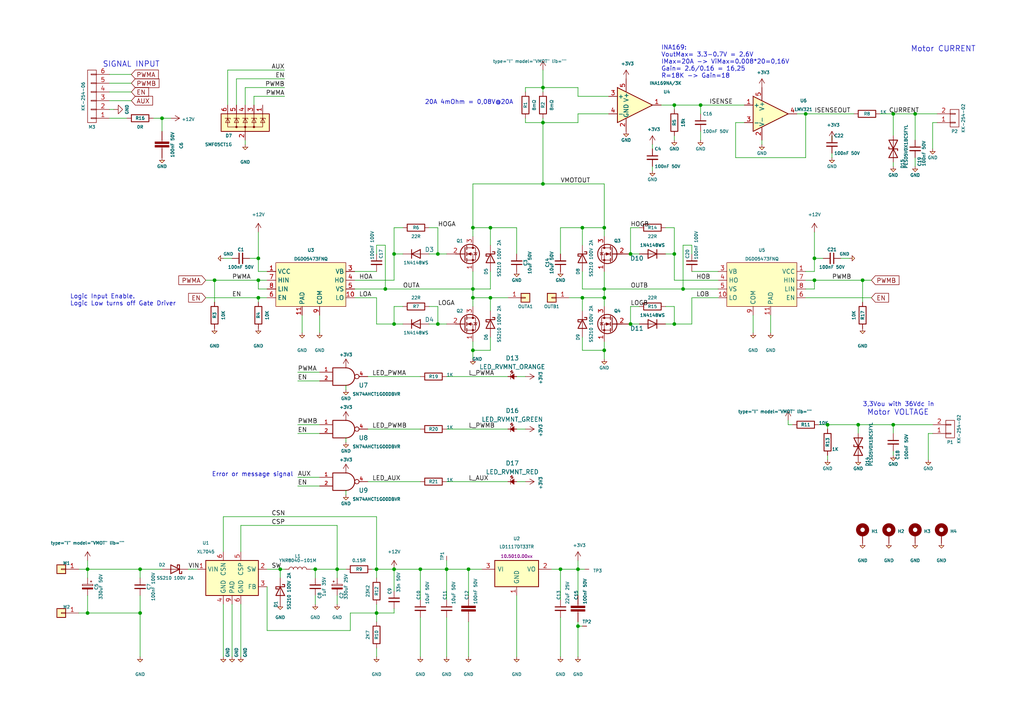
<source format=kicad_sch>
(kicad_sch (version 20211123) (generator eeschema)
  (paper "A4")
  (junction (at 259.08 33.02))
  (junction (at 175.26 83.82))
  (junction (at 114.3 73.66))
  (junction (at 109.22 177.8))
  (junction (at 195.58 93.98))
  (junction (at 259.08 123.19))
  (junction (at 62.23 81.28))
  (junction (at 127 93.98))
  (junction (at 168.91 86.36))
  (junction (at 182.88 73.66))
  (junction (at 91.44 165.1))
  (junction (at 109.22 165.1))
  (junction (at 137.16 83.82))
  (junction (at 137.16 66.04))
  (junction (at 182.88 93.98))
  (junction (at 111.76 83.82))
  (junction (at 114.3 165.1))
  (junction (at 250.19 81.28))
  (junction (at 168.91 66.04))
  (junction (at 114.3 93.98))
  (junction (at 74.93 86.36))
  (junction (at 121.92 165.1))
  (junction (at 157.48 53.34))
  (junction (at 175.26 66.04))
  (junction (at 137.16 101.6))
  (junction (at 137.16 86.36))
  (junction (at 157.48 35.56))
  (junction (at 233.68 33.02))
  (junction (at 236.22 74.93))
  (junction (at 142.24 86.36))
  (junction (at 175.26 86.36))
  (junction (at 74.93 81.28))
  (junction (at 236.22 81.28))
  (junction (at 25.4 165.1))
  (junction (at 198.12 83.82))
  (junction (at 142.24 66.04))
  (junction (at 129.54 165.1))
  (junction (at 203.2 30.48))
  (junction (at 40.64 165.1))
  (junction (at 74.93 74.93))
  (junction (at 162.56 165.1))
  (junction (at 195.58 30.48))
  (junction (at 46.99 34.29))
  (junction (at 25.4 177.8))
  (junction (at 81.28 165.1))
  (junction (at 135.89 165.1))
  (junction (at 265.43 33.02))
  (junction (at 40.64 177.8))
  (junction (at 240.03 123.19))
  (junction (at 127 73.66))
  (junction (at 195.58 73.66))
  (junction (at 167.64 165.1))
  (junction (at 248.92 123.19))
  (junction (at 157.48 25.4))
  (junction (at 97.79 165.1))
  (junction (at 175.26 101.6))
  (junction (at 167.64 181.61))
  (wire (pts (xy 100.33 127) (xy 100.33 128.27)))
  (wire (pts (xy 246.38 74.93) (xy 243.84 74.93)))
  (wire (pts (xy 208.28 78.74) (xy 200.66 78.74)))
  (wire (pts (xy 157.48 26.67) (xy 157.48 25.4)))
  (wire (pts (xy 259.08 130.81) (xy 259.08 132.08)))
  (wire (pts (xy 142.24 97.79) (xy 142.24 101.6)))
  (wire (pts (xy 129.54 109.22) (xy 147.32 109.22)))
  (wire (pts (xy 259.08 33.02) (xy 259.08 39.37)))
  (wire (pts (xy 168.91 66.04) (xy 175.26 66.04)))
  (wire (pts (xy 237.49 123.19) (xy 240.03 123.19)))
  (wire (pts (xy 109.22 86.36) (xy 109.22 93.98)))
  (wire (pts (xy 195.58 81.28) (xy 195.58 73.66)))
  (wire (pts (xy 142.24 86.36) (xy 137.16 86.36)))
  (wire (pts (xy 228.6 123.19) (xy 229.87 123.19)))
  (wire (pts (xy 233.68 83.82) (xy 236.22 83.82)))
  (wire (pts (xy 208.28 86.36) (xy 200.66 86.36)))
  (wire (pts (xy 175.26 68.58) (xy 175.26 66.04)))
  (wire (pts (xy 127 73.66) (xy 129.54 73.66)))
  (wire (pts (xy 152.4 139.7) (xy 149.86 139.7)))
  (wire (pts (xy 87.63 91.44) (xy 87.63 96.52)))
  (wire (pts (xy 200.66 93.98) (xy 195.58 93.98)))
  (wire (pts (xy 71.12 40.64) (xy 71.12 41.91)))
  (wire (pts (xy 101.6 182.88) (xy 77.47 182.88)))
  (wire (pts (xy 62.23 81.28) (xy 62.23 87.63)))
  (wire (pts (xy 64.77 74.93) (xy 67.31 74.93)))
  (wire (pts (xy 152.4 34.29) (xy 152.4 35.56)))
  (wire (pts (xy 97.79 167.64) (xy 97.79 165.1)))
  (wire (pts (xy 182.88 88.9) (xy 182.88 93.98)))
  (wire (pts (xy 236.22 81.28) (xy 250.19 81.28)))
  (wire (pts (xy 91.44 172.72) (xy 91.44 175.26)))
  (wire (pts (xy 241.3 39.37) (xy 241.3 40.64)))
  (wire (pts (xy 200.66 71.12) (xy 198.12 71.12)))
  (wire (pts (xy 92.71 91.44) (xy 92.71 96.52)))
  (wire (pts (xy 162.56 165.1) (xy 167.64 165.1)))
  (wire (pts (xy 40.64 172.72) (xy 40.64 177.8)))
  (wire (pts (xy 38.1 24.13) (xy 31.75 24.13)))
  (wire (pts (xy 149.86 73.66) (xy 149.86 66.04)))
  (wire (pts (xy 168.91 86.36) (xy 168.91 90.17)))
  (wire (pts (xy 213.36 35.56) (xy 213.36 45.72)))
  (wire (pts (xy 198.12 71.12) (xy 198.12 83.82)))
  (wire (pts (xy 109.22 71.12) (xy 111.76 71.12)))
  (wire (pts (xy 270.51 35.56) (xy 270.51 43.18)))
  (wire (pts (xy 248.92 123.19) (xy 248.92 125.73)))
  (wire (pts (xy 137.16 68.58) (xy 137.16 66.04)))
  (wire (pts (xy 175.26 101.6) (xy 175.26 104.14)))
  (wire (pts (xy 176.53 33.02) (xy 167.64 33.02)))
  (wire (pts (xy 175.26 86.36) (xy 175.26 88.9)))
  (wire (pts (xy 240.03 123.19) (xy 248.92 123.19)))
  (wire (pts (xy 111.76 71.12) (xy 111.76 83.82)))
  (wire (pts (xy 59.69 86.36) (xy 74.93 86.36)))
  (wire (pts (xy 157.48 25.4) (xy 152.4 25.4)))
  (wire (pts (xy 152.4 35.56) (xy 157.48 35.56)))
  (wire (pts (xy 109.22 175.26) (xy 109.22 177.8)))
  (wire (pts (xy 74.93 74.93) (xy 74.93 78.74)))
  (wire (pts (xy 121.92 165.1) (xy 129.54 165.1)))
  (wire (pts (xy 218.44 91.44) (xy 218.44 96.52)))
  (wire (pts (xy 92.71 140.97) (xy 86.36 140.97)))
  (wire (pts (xy 124.46 88.9) (xy 127 88.9)))
  (wire (pts (xy 106.68 139.7) (xy 121.92 139.7)))
  (wire (pts (xy 114.3 176.53) (xy 114.3 177.8)))
  (wire (pts (xy 265.43 33.02) (xy 271.78 33.02)))
  (wire (pts (xy 97.79 165.1) (xy 100.33 165.1)))
  (wire (pts (xy 167.64 162.56) (xy 167.64 165.1)))
  (wire (pts (xy 124.46 93.98) (xy 127 93.98)))
  (wire (pts (xy 167.64 27.94) (xy 167.64 25.4)))
  (wire (pts (xy 114.3 93.98) (xy 116.84 93.98)))
  (wire (pts (xy 182.88 66.04) (xy 182.88 73.66)))
  (wire (pts (xy 203.2 30.48) (xy 215.9 30.48)))
  (wire (pts (xy 185.42 93.98) (xy 182.88 93.98)))
  (wire (pts (xy 127 88.9) (xy 127 93.98)))
  (wire (pts (xy 236.22 81.28) (xy 236.22 83.82)))
  (wire (pts (xy 149.86 66.04) (xy 142.24 66.04)))
  (wire (pts (xy 142.24 66.04) (xy 142.24 71.12)))
  (wire (pts (xy 259.08 48.26) (xy 259.08 46.99)))
  (wire (pts (xy 160.02 165.1) (xy 162.56 165.1)))
  (wire (pts (xy 86.36 138.43) (xy 92.71 138.43)))
  (wire (pts (xy 72.39 74.93) (xy 74.93 74.93)))
  (wire (pts (xy 167.64 181.61) (xy 167.64 190.5)))
  (wire (pts (xy 102.87 86.36) (xy 109.22 86.36)))
  (wire (pts (xy 157.48 35.56) (xy 167.64 35.56)))
  (wire (pts (xy 38.1 26.67) (xy 31.75 26.67)))
  (wire (pts (xy 162.56 179.07) (xy 162.56 190.5)))
  (wire (pts (xy 44.45 34.29) (xy 46.99 34.29)))
  (wire (pts (xy 176.53 27.94) (xy 167.64 27.94)))
  (wire (pts (xy 236.22 74.93) (xy 236.22 78.74)))
  (wire (pts (xy 124.46 73.66) (xy 127 73.66)))
  (wire (pts (xy 97.79 152.4) (xy 97.79 165.1)))
  (wire (pts (xy 25.4 165.1) (xy 25.4 167.64)))
  (wire (pts (xy 200.66 73.66) (xy 200.66 71.12)))
  (wire (pts (xy 137.16 83.82) (xy 137.16 86.36)))
  (wire (pts (xy 25.4 165.1) (xy 40.64 165.1)))
  (wire (pts (xy 175.26 78.74) (xy 175.26 83.82)))
  (wire (pts (xy 82.55 22.86) (xy 68.58 22.86)))
  (wire (pts (xy 100.33 142.24) (xy 100.33 143.51)))
  (wire (pts (xy 168.91 86.36) (xy 165.1 86.36)))
  (wire (pts (xy 137.16 101.6) (xy 137.16 104.14)))
  (wire (pts (xy 259.08 33.02) (xy 265.43 33.02)))
  (wire (pts (xy 255.27 33.02) (xy 259.08 33.02)))
  (wire (pts (xy 114.3 88.9) (xy 116.84 88.9)))
  (wire (pts (xy 40.64 165.1) (xy 40.64 167.64)))
  (wire (pts (xy 121.92 165.1) (xy 121.92 173.99)))
  (wire (pts (xy 157.48 25.4) (xy 157.48 20.32)))
  (wire (pts (xy 91.44 165.1) (xy 97.79 165.1)))
  (wire (pts (xy 137.16 53.34) (xy 137.16 66.04)))
  (wire (pts (xy 114.3 165.1) (xy 121.92 165.1)))
  (wire (pts (xy 46.99 165.1) (xy 40.64 165.1)))
  (wire (pts (xy 82.55 20.32) (xy 66.04 20.32)))
  (wire (pts (xy 106.68 124.46) (xy 121.92 124.46)))
  (wire (pts (xy 101.6 177.8) (xy 101.6 182.88)))
  (wire (pts (xy 175.26 66.04) (xy 175.26 53.34)))
  (wire (pts (xy 195.58 40.64) (xy 195.58 39.37)))
  (wire (pts (xy 259.08 123.19) (xy 259.08 125.73)))
  (wire (pts (xy 107.95 165.1) (xy 109.22 165.1)))
  (wire (pts (xy 185.42 73.66) (xy 182.88 73.66)))
  (wire (pts (xy 67.31 190.5) (xy 67.31 175.26)))
  (wire (pts (xy 195.58 30.48) (xy 195.58 31.75)))
  (wire (pts (xy 81.28 165.1) (xy 81.28 167.64)))
  (wire (pts (xy 109.22 177.8) (xy 114.3 177.8)))
  (wire (pts (xy 250.19 81.28) (xy 250.19 87.63)))
  (wire (pts (xy 240.03 123.19) (xy 240.03 124.46)))
  (wire (pts (xy 127 93.98) (xy 129.54 93.98)))
  (wire (pts (xy 25.4 177.8) (xy 40.64 177.8)))
  (wire (pts (xy 38.1 21.59) (xy 31.75 21.59)))
  (wire (pts (xy 137.16 101.6) (xy 142.24 101.6)))
  (wire (pts (xy 109.22 187.96) (xy 109.22 190.5)))
  (wire (pts (xy 195.58 88.9) (xy 195.58 93.98)))
  (wire (pts (xy 137.16 86.36) (xy 137.16 88.9)))
  (wire (pts (xy 68.58 22.86) (xy 68.58 30.48)))
  (wire (pts (xy 142.24 86.36) (xy 147.32 86.36)))
  (wire (pts (xy 168.91 78.74) (xy 168.91 83.82)))
  (wire (pts (xy 22.86 177.8) (xy 25.4 177.8)))
  (wire (pts (xy 109.22 149.86) (xy 109.22 165.1)))
  (wire (pts (xy 92.71 107.95) (xy 86.36 107.95)))
  (wire (pts (xy 38.1 29.21) (xy 31.75 29.21)))
  (wire (pts (xy 265.43 33.02) (xy 265.43 40.64)))
  (wire (pts (xy 236.22 81.28) (xy 233.68 81.28)))
  (wire (pts (xy 92.71 123.19) (xy 86.36 123.19)))
  (wire (pts (xy 195.58 93.98) (xy 193.04 93.98)))
  (wire (pts (xy 71.12 25.4) (xy 71.12 30.48)))
  (wire (pts (xy 97.79 175.26) (xy 97.79 172.72)))
  (wire (pts (xy 77.47 182.88) (xy 77.47 170.18)))
  (wire (pts (xy 82.55 27.94) (xy 73.66 27.94)))
  (wire (pts (xy 92.71 125.73) (xy 86.36 125.73)))
  (wire (pts (xy 265.43 45.72) (xy 265.43 48.26)))
  (wire (pts (xy 236.22 67.31) (xy 236.22 74.93)))
  (wire (pts (xy 64.77 160.02) (xy 64.77 149.86)))
  (wire (pts (xy 31.75 34.29) (xy 36.83 34.29)))
  (wire (pts (xy 102.87 83.82) (xy 111.76 83.82)))
  (wire (pts (xy 220.98 41.91) (xy 220.98 40.64)))
  (wire (pts (xy 109.22 93.98) (xy 114.3 93.98)))
  (wire (pts (xy 64.77 149.86) (xy 109.22 149.86)))
  (wire (pts (xy 162.56 165.1) (xy 162.56 173.99)))
  (wire (pts (xy 175.26 99.06) (xy 175.26 101.6)))
  (wire (pts (xy 238.76 74.93) (xy 236.22 74.93)))
  (wire (pts (xy 195.58 88.9) (xy 193.04 88.9)))
  (wire (pts (xy 74.93 78.74) (xy 77.47 78.74)))
  (wire (pts (xy 92.71 110.49) (xy 86.36 110.49)))
  (wire (pts (xy 233.68 86.36) (xy 252.73 86.36)))
  (wire (pts (xy 77.47 83.82) (xy 74.93 83.82)))
  (wire (pts (xy 167.64 33.02) (xy 167.64 35.56)))
  (wire (pts (xy 152.4 109.22) (xy 149.86 109.22)))
  (wire (pts (xy 200.66 86.36) (xy 200.66 93.98)))
  (wire (pts (xy 102.87 78.74) (xy 109.22 78.74)))
  (wire (pts (xy 175.26 53.34) (xy 157.48 53.34)))
  (wire (pts (xy 82.55 25.4) (xy 71.12 25.4)))
  (wire (pts (xy 271.78 35.56) (xy 270.51 35.56)))
  (wire (pts (xy 149.86 190.5) (xy 149.86 172.72)))
  (wire (pts (xy 33.02 31.75) (xy 31.75 31.75)))
  (wire (pts (xy 135.89 165.1) (xy 135.89 172.72)))
  (wire (pts (xy 137.16 83.82) (xy 142.24 83.82)))
  (wire (pts (xy 106.68 109.22) (xy 121.92 109.22)))
  (wire (pts (xy 25.4 172.72) (xy 25.4 177.8)))
  (wire (pts (xy 109.22 177.8) (xy 109.22 180.34)))
  (wire (pts (xy 185.42 88.9) (xy 182.88 88.9)))
  (wire (pts (xy 46.99 34.29) (xy 46.99 38.1)))
  (wire (pts (xy 114.3 73.66) (xy 116.84 73.66)))
  (wire (pts (xy 269.24 125.73) (xy 269.24 133.35)))
  (wire (pts (xy 142.24 66.04) (xy 137.16 66.04)))
  (wire (pts (xy 168.91 86.36) (xy 175.26 86.36)))
  (wire (pts (xy 248.92 123.19) (xy 259.08 123.19)))
  (wire (pts (xy 142.24 86.36) (xy 142.24 90.17)))
  (wire (pts (xy 69.85 175.26) (xy 69.85 190.5)))
  (wire (pts (xy 208.28 83.82) (xy 198.12 83.82)))
  (wire (pts (xy 168.91 83.82) (xy 175.26 83.82)))
  (wire (pts (xy 109.22 73.66) (xy 109.22 71.12)))
  (wire (pts (xy 241.3 45.72) (xy 241.3 44.45)))
  (wire (pts (xy 127 66.04) (xy 127 73.66)))
  (wire (pts (xy 73.66 27.94) (xy 73.66 30.48)))
  (wire (pts (xy 74.93 86.36) (xy 74.93 87.63)))
  (wire (pts (xy 236.22 78.74) (xy 233.68 78.74)))
  (wire (pts (xy 169.545 165.1) (xy 167.64 165.1)))
  (wire (pts (xy 193.04 66.04) (xy 195.58 66.04)))
  (wire (pts (xy 167.64 165.1) (xy 167.64 172.72)))
  (wire (pts (xy 74.93 86.36) (xy 77.47 86.36)))
  (wire (pts (xy 189.23 49.53) (xy 189.23 48.26)))
  (wire (pts (xy 135.89 180.34) (xy 135.89 190.5)))
  (wire (pts (xy 129.54 139.7) (xy 147.32 139.7)))
  (wire (pts (xy 116.84 66.04) (xy 114.3 66.04)))
  (wire (pts (xy 157.48 25.4) (xy 167.64 25.4)))
  (wire (pts (xy 137.16 78.74) (xy 137.16 83.82)))
  (wire (pts (xy 233.68 33.02) (xy 231.14 33.02)))
  (wire (pts (xy 152.4 25.4) (xy 152.4 26.67)))
  (wire (pts (xy 74.93 81.28) (xy 77.47 81.28)))
  (wire (pts (xy 203.2 40.64) (xy 203.2 38.1)))
  (wire (pts (xy 129.54 179.07) (xy 129.54 190.5)))
  (wire (pts (xy 49.53 34.29) (xy 46.99 34.29)))
  (wire (pts (xy 81.28 165.1) (xy 82.55 165.1)))
  (wire (pts (xy 168.91 66.04) (xy 168.91 71.12)))
  (wire (pts (xy 270.51 125.73) (xy 269.24 125.73)))
  (wire (pts (xy 175.26 83.82) (xy 175.26 86.36)))
  (wire (pts (xy 129.54 165.1) (xy 129.54 173.99)))
  (wire (pts (xy 233.68 45.72) (xy 233.68 33.02)))
  (wire (pts (xy 259.08 123.19) (xy 270.51 123.19)))
  (wire (pts (xy 162.56 73.66) (xy 162.56 66.04)))
  (wire (pts (xy 213.36 45.72) (xy 233.68 45.72)))
  (wire (pts (xy 195.58 73.66) (xy 193.04 73.66)))
  (wire (pts (xy 168.91 101.6) (xy 175.26 101.6)))
  (wire (pts (xy 66.04 20.32) (xy 66.04 30.48)))
  (wire (pts (xy 121.92 179.07) (xy 121.92 190.5)))
  (wire (pts (xy 22.86 165.1) (xy 25.4 165.1)))
  (wire (pts (xy 74.93 81.28) (xy 74.93 83.82)))
  (wire (pts (xy 252.73 81.28) (xy 250.19 81.28)))
  (wire (pts (xy 109.22 165.1) (xy 109.22 167.64)))
  (wire (pts (xy 129.54 165.1) (xy 135.89 165.1)))
  (wire (pts (xy 40.64 177.8) (xy 40.64 190.5)))
  (wire (pts (xy 135.89 165.1) (xy 139.7 165.1)))
  (wire (pts (xy 247.65 33.02) (xy 233.68 33.02)))
  (wire (pts (xy 57.15 165.1) (xy 54.61 165.1)))
  (wire (pts (xy 129.54 124.46) (xy 147.32 124.46)))
  (wire (pts (xy 157.48 35.56) (xy 157.48 53.34)))
  (wire (pts (xy 162.56 66.04) (xy 168.91 66.04)))
  (wire (pts (xy 100.33 111.76) (xy 100.33 113.03)))
  (wire (pts (xy 215.9 35.56) (xy 213.36 35.56)))
  (wire (pts (xy 129.54 162.56) (xy 129.54 165.1)))
  (wire (pts (xy 114.3 81.28) (xy 114.3 73.66)))
  (wire (pts (xy 157.48 53.34) (xy 137.16 53.34)))
  (wire (pts (xy 142.24 78.74) (xy 142.24 83.82)))
  (wire (pts (xy 240.03 132.08) (xy 240.03 133.35)))
  (wire (pts (xy 198.12 83.82) (xy 175.26 83.82)))
  (wire (pts (xy 208.28 81.28) (xy 195.58 81.28)))
  (wire (pts (xy 62.23 81.28) (xy 74.93 81.28)))
  (wire (pts (xy 195.58 66.04) (xy 195.58 73.66)))
  (wire (pts (xy 191.77 30.48) (xy 195.58 30.48)))
  (wire (pts (xy 195.58 30.48) (xy 203.2 30.48)))
  (wire (pts (xy 137.16 99.06) (xy 137.16 101.6)))
  (wire (pts (xy 185.42 66.04) (xy 182.88 66.04)))
  (wire (pts (xy 109.22 165.1) (xy 114.3 165.1)))
  (wire (pts (xy 25.4 162.56) (xy 25.4 165.1)))
  (wire (pts (xy 69.85 152.4) (xy 97.79 152.4)))
  (wire (pts (xy 124.46 66.04) (xy 127 66.04)))
  (wire (pts (xy 102.87 81.28) (xy 114.3 81.28)))
  (wire (pts (xy 111.76 83.82) (xy 137.16 83.82)))
  (wire (pts (xy 109.22 177.8) (xy 101.6 177.8)))
  (wire (pts (xy 168.91 97.79) (xy 168.91 101.6)))
  (wire (pts (xy 114.3 165.1) (xy 114.3 171.45)))
  (wire (pts (xy 228.6 121.92) (xy 228.6 123.19)))
  (wire (pts (xy 114.3 88.9) (xy 114.3 93.98)))
  (wire (pts (xy 69.85 152.4) (xy 69.85 160.02)))
  (wire (pts (xy 189.23 43.18) (xy 189.23 41.91)))
  (wire (pts (xy 59.69 81.28) (xy 62.23 81.28)))
  (wire (pts (xy 90.17 165.1) (xy 91.44 165.1)))
  (wire (pts (xy 77.47 165.1) (xy 81.28 165.1)))
  (wire (pts (xy 167.64 180.34) (xy 167.64 181.61)))
  (wire (pts (xy 157.48 34.29) (xy 157.48 35.56)))
  (wire (pts (xy 91.44 167.64) (xy 91.44 165.1)))
  (wire (pts (xy 64.77 175.26) (xy 64.77 190.5)))
  (wire (pts (xy 114.3 66.04) (xy 114.3 73.66)))
  (wire (pts (xy 167.64 181.61) (xy 168.91 181.61)))
  (wire (pts (xy 152.4 124.46) (xy 149.86 124.46)))
  (wire (pts (xy 74.93 67.31) (xy 74.93 74.93)))
  (wire (pts (xy 223.52 91.44) (xy 223.52 96.52)))
  (wire (pts (xy 203.2 30.48) (xy 203.2 33.02)))
  (text "3,3Vou with 36Vdc in" (at 250.19 118.11 0) (effects (font (size 1.27 1.27)) (justify left bottom)))
  (text "Logic Input Enable.\nLogic Low turns off Gate Driver" (at 20.32 88.9 0) (effects (font (size 1.27 1.27)) (justify left bottom)))
  (text "Motor VOLTAGE" (at 251.46 120.65 0) (effects (font (size 1.6002 1.6002)) (justify left bottom)))
  (text "Motor CURRENT" (at 264.16 15.24 0) (effects (font (size 1.6002 1.6002)) (justify left bottom)))
  (text "20A 4mOhm = 0,08V@20A" (at 123.19 30.48 0) (effects (font (size 1.27 1.27)) (justify left bottom)))
  (text "INA169:\nVoutMax= 3.3-0.7V = 2.6V\nIMax=20A -> ViMax=0.008*20=0,16V\nGain= 2.6/0.16 = 16,25\nR=18K -> Gain=18" (at 191.77 22.86 0) (effects (font (size 1.27 1.27)) (justify left bottom)))
  (text "Error or message signal" (at 85.09 138.43 180) (effects (font (size 1.27 1.27)) (justify right bottom)))
  (text "SIGNAL INPUT" (at 46.355 19.685 180) (effects (font (size 1.6002 1.6002)) (justify right bottom)))
  (label "LED_PWMB" (at 107.95 124.46 0))
  (label "VMOTOUT" (at 162.56 53.34 0))
  (label "SW" (at 78.74 165.1 0))
  (label "PWMB" (at 241.3 81.28 0))
  (label "AUX" (at 86.36 138.43 0))
  (label "CURRENT" (at 257.81 33.02 0))
  (label "HOB" (at 201.93 81.28 0))
  (label "PWMA" (at 86.36 107.95 0) (effects (font (size 1.2954 1.2954))))
  (label "VIN" (at 54.61 165.1 0))
  (label "LOGB" (at 182.88 88.9 0))
  (label "LOA" (at 104.14 86.36 0))
  (label "L_PWMB" (at 135.89 124.46 0))
  (label "LOB" (at 201.93 86.36 0))
  (label "ISENSE" (at 205.74 30.48 0))
  (label "AUX" (at 82.55 20.32 180))
  (label "CSP" (at 78.74 152.4 0))
  (label "ISENSEOUT" (at 236.22 33.02 0))
  (label "LOGA" (at 127 88.9 0))
  (label "CSN" (at 78.74 149.86 0))
  (label "L_AUX" (at 135.89 139.7 0))
  (label "OUTA" (at 116.84 83.82 0))
  (label "EN" (at 82.55 22.86 180))
  (label "PWMA" (at 82.55 27.94 180))
  (label "HOGB" (at 182.88 66.04 0))
  (label "HOGA" (at 127 66.04 0))
  (label "EN" (at 86.36 125.73 0) (effects (font (size 1.2954 1.2954))))
  (label "L_PWMA" (at 135.89 109.22 0))
  (label "EN" (at 86.36 110.49 0) (effects (font (size 1.2954 1.2954))))
  (label "EN" (at 86.36 140.97 0) (effects (font (size 1.2954 1.2954))))
  (label "LED_AUX" (at 107.95 139.7 0))
  (label "PWMB" (at 82.55 25.4 180))
  (label "LED_PWMA" (at 107.95 109.22 0))
  (label "OUTB" (at 182.88 83.82 0))
  (label "PWMA" (at 67.31 81.28 0))
  (label "HOA" (at 104.14 81.28 0))
  (label "EN" (at 67.31 86.36 0))
  (label "PWMB" (at 86.36 123.19 0) (effects (font (size 1.2954 1.2954))))
  (global_label "PWMB" (shape input) (at 38.1 24.13 0) (effects (font (size 1.2954 1.2954))) (property "Intersheet References" "${INTERSHEET_REFS}" (effects hide)))
  (global_label "PWMB" (shape input) (at 252.73 81.28 0) (effects (font (size 1.2954 1.2954))) (property "Intersheet References" "${INTERSHEET_REFS}" (effects hide)))
  (global_label "PWMA" (shape input) (at 59.69 81.28 180) (effects (font (size 1.2954 1.2954))) (property "Intersheet References" "${INTERSHEET_REFS}" (effects hide)))
  (global_label "EN" (shape input) (at 252.73 86.36 0) (effects (font (size 1.2954 1.2954))) (property "Intersheet References" "${INTERSHEET_REFS}" (effects hide)))
  (global_label "PWMA" (shape input) (at 38.1 21.59 0) (effects (font (size 1.2954 1.2954))) (property "Intersheet References" "${INTERSHEET_REFS}" (effects hide)))
  (global_label "EN" (shape input) (at 59.69 86.36 180) (effects (font (size 1.2954 1.2954))) (property "Intersheet References" "${INTERSHEET_REFS}" (effects hide)))
  (global_label "EN" (shape input) (at 38.1 26.67 0) (effects (font (size 1.2954 1.2954))) (property "Intersheet References" "${INTERSHEET_REFS}" (effects hide)))
  (global_label "AUX" (shape input) (at 38.1 29.21 0) (effects (font (size 1.2954 1.2954))) (property "Intersheet References" "${INTERSHEET_REFS}" (effects hide)))
  (symbol (lib_id "agg-kicad:GND") (at 270.51 43.18 0) (unit 1)
    (property "Reference" "#PWR043" (effects hide))
    (property "Value" "GND" (at 270.51 45.72 0) (effects (font (size 0.9 0.9))))
  )
  (symbol (lib_id "MotorBuck:XL7045") (at 67.31 167.64 0) (unit 1)
    (property "Reference" "U1" (at 59.69 157.48 0) (effects (font (size 0.9 0.9))))
    (property "Value" "XL7045" (at 59.69 160.02 0) (effects (font (size 0.9 0.9))))
    (property "Footprint" "Package_SO:SOIC-8-1EP_3.9x4.9mm_P1.27mm_EP2.29x3mm" (effects hide))
    (property "Datasheet" "https://datasheet.lcsc.com/lcsc/1811151639_XLSEMI-XL7045E1_C126474.pdf" (effects hide))
    (property "DESCR" "Step-down type 1 Step-down 1.25V~20V 10V~80V 300mA 100kHz SOP-8-EP DC-DC Converters ROHS" (effects hide))
    (property "LCSC" "C126474" (effects hide))
    (property "MFR" "XL7045E1" (effects hide))
  )
  (symbol (lib_id "Mechanical:MountingHole_Pad") (at 265.43 154.94 0) (unit 1) (in_bom no)
    (property "Reference" "H3" (at 267.97 154.1038 0) (effects (font (size 0.9 0.9)) (justify left)))
    (property "Value" "MountingHole_Pad" (effects hide))
    (property "Footprint" "MountingHole:MountingHole_3.2mm_M3_Pad_Via" (effects hide))
  )
  (symbol (lib_id "power:+3V3") (at 152.4 109.22 270) (unit 1)
    (property "Reference" "#PWR066" (effects hide))
    (property "Value" "+3V3" (at 156.7942 109.601 0) (effects (font (size 0.9 0.9))))
  )
  (symbol (lib_id "Diode:MBR340") (at 142.24 74.93 270) (unit 1)
    (property "Reference" "D5" (at 140.97 78.74 0) (effects (font (size 0.9 0.9))))
    (property "Value" "SS210 100V 2A" (at 144.78 74.93 0) (effects (font (size 0.9 0.9))))
    (property "Footprint" "Diode_SMD:D_SMA" (effects hide))
    (property "Datasheet" "https://datasheet.lcsc.com/lcsc/1811071613_MDD-Microdiode-Electronics--SS210_C14996.pdf" (effects hide))
    (property "LCSC" "C14996" (effects hide))
    (property "MFR" "SS210" (effects hide))
    (property "DESCR" "100V 850mV@2A 2A SMA(DO-214AC) Schottky Barrier Diodes (SBD) ROHS" (effects hide))
  )
  (symbol (lib_id "agg-kicad:GND") (at 137.16 104.14 0) (mirror y) (unit 1)
    (property "Reference" "#PWR021" (effects hide))
    (property "Value" "GND" (at 138.43 104.14 0) (effects (font (size 0.9 0.9))))
  )
  (symbol (lib_id "Diode:1N4148W") (at 189.23 73.66 180) (unit 1)
    (property "Reference" "D10" (at 186.69 74.93 0) (effects (justify left)))
    (property "Value" "1N4148WS" (at 189.23 71.12 0) (effects (font (size 0.9 0.9))))
    (property "Footprint" "Diode_SMD:D_SOD-323" (effects hide))
    (property "Datasheet" "https://www.vishay.com/docs/85748/1n4148w.pdf" (effects hide))
    (property "LCSC" "C2128" (effects hide))
  )
  (symbol (lib_id "Device:Q_NMOS_SGD") (at 177.8 73.66 0) (mirror y) (unit 1)
    (property "Reference" "Q3" (at 179.07 69.85 0) (effects (font (size 0.9 0.9))))
    (property "Value" "RU6888M" (effects hide))
    (property "Footprint" "katodo:DFN-8-1EP_5.55x5.2mm_P1.27mm_EP4.12x4.6mm_MOSFET_3PIN" (effects hide))
    (property "DESCR" "60V 62A 62.5W 8mΩ@10V,40A 4V@250uA N Channel PDFN-8(5.8x4.9) MOSFETs ROHS" (effects hide))
    (property "LCSC" "C180959" (effects hide))
    (property "MFR" "RU6888M" (effects hide))
  )
  (symbol (lib_id "agg-kicad:TESTPAD") (at 129.54 162.56 90) (unit 1) (in_bom no)
    (property "Reference" "TP1" (at 128.27 162.56 0) (effects (font (size 0.9 0.9)) (justify left)))
    (property "Value" "TESTPAD" (effects hide))
    (property "Footprint" "TestPoint:TestPoint_Pad_2.5x2.5mm" (effects hide))
  )
  (symbol (lib_id "MotorBuck:VMOT") (at 157.48 20.32 0) (unit 1)
    (property "Reference" "#PWR012" (effects hide))
    (property "Value" "VMOT" (at 153.67 17.78 0) (effects (font (size 0.9 0.9))))
    (property "Spice_Primitive" "I" (effects hide))
    (property "Spice_Netlist_Enabled" "Y" (effects hide))
  )
  (symbol (lib_id "agg-kicad:GND") (at 69.85 190.5 0) (unit 1)
    (property "Reference" "#PWR010" (effects hide))
    (property "Value" "GND" (at 71.12 189.23 90) (effects (font (size 0.9 0.9))))
  )
  (symbol (lib_id "RoboPonteDual-rescue:R") (at 125.73 139.7 270) (unit 1)
    (property "Reference" "R21" (at 125.73 139.7 90) (effects (font (size 0.9 0.9))))
    (property "Value" "1K" (at 129.54 139.7 90) (effects (font (size 0.9 0.9)) (justify left bottom)))
    (property "Footprint" "Resistor_SMD:R_0603_1608Metric" (effects hide))
    (property "LCSC" "C21190" (effects hide))
    (property "MFR" "0603WAF1001T5E" (effects hide))
  )
  (symbol (lib_id "Device:C_Polarized_Small") (at 25.4 170.18 0) (mirror y) (unit 1)
    (property "Reference" "C5" (at 27.94 170.18 90) (effects (font (size 0.9 0.9))))
    (property "Value" "330uF 50V" (at 29.21 170.18 90) (effects (font (size 0.9 0.9))))
    (property "Footprint" "Capacitor_THT:CP_Radial_D12.5mm_P5.00mm" (effects hide))
    (property "KATODO" "10.1040.0006" (effects hide))
  )
  (symbol (lib_id "Device:C_Small") (at 200.66 76.2 0) (mirror y) (unit 1)
    (property "Reference" "C20" (at 199.39 73.66 90) (effects (font (size 0.9 0.9))))
    (property "Value" "100nF 100V" (at 201.93 71.12 90) (effects (font (size 0.9 0.9))))
    (property "Footprint" "Capacitor_SMD:C_0805_2012Metric" (effects hide))
    (property "LCSC" "C28233" (effects hide))
    (property "MFR" "CL21B104KCFNNNE" (effects hide))
  )
  (symbol (lib_id "RoboPonteDual-rescue:GND") (at 33.02 31.75 90) (mirror x) (unit 1)
    (property "Reference" "#PWR04" (effects hide))
    (property "Value" "~" (at 36.83 31.75 0) (effects (font (size 0.9 0.9))))
  )
  (symbol (lib_id "agg-kicad:GND") (at 129.54 190.5 0) (unit 1)
    (property "Reference" "#PWR019" (effects hide))
    (property "Value" "GND" (at 129.54 195.58 0) (effects (font (size 0.9 0.9))))
  )
  (symbol (lib_id "agg-kicad:GND") (at 162.56 190.5 0) (unit 1)
    (property "Reference" "#PWR023" (effects hide))
    (property "Value" "GND" (at 162.56 195.58 0) (effects (font (size 0.9 0.9))))
  )
  (symbol (lib_id "agg-kicad:GND") (at 64.77 190.5 0) (unit 1)
    (property "Reference" "#PWR03" (effects hide))
    (property "Value" "GND" (at 66.04 189.23 90) (effects (font (size 0.9 0.9))))
  )
  (symbol (lib_id "agg-kicad:TESTPAD") (at 168.91 181.61 0) (unit 1) (in_bom no)
    (property "Reference" "TP2" (at 168.91 180.34 0) (effects (font (size 0.9 0.9)) (justify left)))
    (property "Value" "TESTPAD" (effects hide))
    (property "Footprint" "TestPoint:TestPoint_Pad_2.5x2.5mm" (effects hide))
  )
  (symbol (lib_id "power:+3V3") (at 220.98 25.4 0) (unit 1)
    (property "Reference" "#PWR033" (effects hide))
    (property "Value" "+3V3" (at 221.361 21.0058 0) (effects (font (size 0.9 0.9))))
  )
  (symbol (lib_id "agg-kicad:GND") (at 175.26 104.14 0) (mirror y) (unit 1)
    (property "Reference" "#PWR026" (effects hide))
    (property "Value" "GND" (at 175.26 106.68 0) (effects (font (size 0.9 0.9))))
  )
  (symbol (lib_id "Device:C_Polarized_Small") (at 97.79 170.18 0) (unit 1)
    (property "Reference" "C2" (at 99.06 172.72 90) (effects (font (size 0.9 0.9))))
    (property "Value" "330uF 25V" (at 100.33 170.18 90) (effects (font (size 0.9 0.9))))
    (property "Footprint" "Capacitor_THT:CP_Radial_D10.0mm_P5.00mm" (effects hide))
    (property "KATODO" "10.1040.0013" (effects hide))
  )
  (symbol (lib_id "74xGxx:74AHC1G00") (at 100.33 139.7 0) (unit 1)
    (property "Reference" "U9" (at 105.41 142.24 0))
    (property "Value" "SN74AHCT1G00DBVR" (at 109.22 144.78 0) (effects (font (size 0.9 0.9))))
    (property "Footprint" "Package_TO_SOT_SMD:SOT-23-5" (effects hide))
    (property "Datasheet" "http://www.ti.com/lit/sg/scyt129e/scyt129e.pdf" (effects hide))
    (property "LCSC" "C473380" (effects hide))
  )
  (symbol (lib_id "Device:R") (at 120.65 88.9 90) (unit 1)
    (property "Reference" "R7" (at 120.65 88.9 90) (effects (font (size 0.9 0.9))))
    (property "Value" "22R" (at 120.65 86.36 90) (effects (font (size 0.9 0.9))))
    (property "Footprint" "Resistor_SMD:R_0603_1608Metric" (effects hide))
    (property "LCSC" "C23345" (effects hide))
    (property "MFR" "0603WAF220JT5E" (effects hide))
  )
  (symbol (lib_id "agg-kicad:GND") (at 246.38 74.93 90) (mirror x) (unit 1)
    (property "Reference" "#PWR051" (effects hide))
    (property "Value" "GND" (at 246.38 73.66 90) (effects (font (size 0.9 0.9)) (justify left)))
  )
  (symbol (lib_id "MotorController:SPARKFUN-CAPACITORS_CAP") (at 46.99 43.18 0) (mirror y) (unit 1)
    (property "Reference" "C6" (at 52.07 43.18 90) (effects (font (size 0.9 0.9)) (justify left bottom)))
    (property "Value" "100nF 50V" (at 49.53 45.72 90) (effects (font (size 0.9 0.9)) (justify left bottom)))
    (property "Footprint" "Capacitor_SMD:C_0603_1608Metric" (effects hide))
    (property "KATODO" "10.1050.0004" (effects hide))
    (property "LCSC" "C14663" (effects hide))
    (property "MFR" "CC0603KRX7R9BB104" (effects hide))
  )
  (symbol (lib_id "Device:C_Small") (at 114.3 173.99 0) (unit 1)
    (property "Reference" "C9" (at 113.03 171.45 90) (effects (font (size 0.9 0.9))))
    (property "Value" "33n 50V" (at 115.57 168.91 90) (effects (font (size 0.9 0.9))))
    (property "Footprint" "Capacitor_SMD:C_0603_1608Metric" (effects hide))
    (property "LCSC" "C21117" (effects hide))
    (property "MFR" "CL10B333KB8NNNC" (effects hide))
  )
  (symbol (lib_id "agg-kicad:GND") (at 265.43 157.48 0) (unit 1)
    (property "Reference" "#PWR054" (effects hide))
    (property "Value" "GND" (at 265.43 162.56 0) (effects (font (size 0.9 0.9))))
  )
  (symbol (lib_id "Device:C_Small") (at 265.43 43.18 0) (unit 1)
    (property "Reference" "C19" (at 266.7 48.26 90) (effects (font (size 0.9 0.9)) (justify left)))
    (property "Value" "100nF 50V" (at 267.97 48.26 90) (effects (font (size 0.9 0.9)) (justify left)))
    (property "Footprint" "Capacitor_SMD:C_0603_1608Metric" (effects hide))
    (property "LCSC" "C14663" (effects hide))
    (property "KATODO" "10.1050.0004" (effects hide))
    (property "MFR" "CC0603KRX7R9BB104" (effects hide))
  )
  (symbol (lib_id "agg-kicad:GND") (at 265.43 48.26 0) (unit 1)
    (property "Reference" "#PWR040" (effects hide))
    (property "Value" "GND" (at 265.43 50.8 0) (effects (font (size 0.9 0.9))))
  )
  (symbol (lib_id "agg-kicad:GND") (at 195.58 40.64 0) (unit 1)
    (property "Reference" "#PWR029" (effects hide))
    (property "Value" "GND" (at 195.58 43.18 0) (effects (font (size 0.9 0.9))))
  )
  (symbol (lib_id "agg-kicad:LED") (at 147.32 139.7 0) (unit 1)
    (property "Reference" "D17" (at 148.59 134.3492 0))
    (property "Value" "LED_RVMNT_RED" (at 148.59 136.8861 0))
    (property "Footprint" "LED_SMD:LED_1206_3216Metric_ReverseMount_Hole1.8x2.4mm" (effects hide))
    (property "Datasheet" "https://www.mouser.it/datasheet/2/239/Lite-On-LTST-C230KRKT-1175237.pdf" (effects hide))
    (property "MOUSER" "859-LTST-C230KRKT" (effects hide))
    (property "MFR" "LTST-C230KRKT" (effects hide))
  )
  (symbol (lib_id "agg-kicad:GND") (at 273.05 157.48 0) (unit 1)
    (property "Reference" "#PWR055" (effects hide))
    (property "Value" "GND" (at 273.05 162.56 0) (effects (font (size 0.9 0.9))))
  )
  (symbol (lib_id "power:+12V") (at 114.3 165.1 0) (unit 1)
    (property "Reference" "#PWR014" (effects hide))
    (property "Value" "+12V" (at 114.3 160.02 0) (effects (font (size 0.9 0.9))))
  )
  (symbol (lib_id "agg-kicad:GND") (at 269.24 133.35 0) (unit 1)
    (property "Reference" "#PWR042" (effects hide))
    (property "Value" "GND" (at 269.24 135.89 0) (effects (font (size 0.9 0.9))))
  )
  (symbol (lib_id "agg-kicad:GND") (at 220.98 41.91 0) (unit 1)
    (property "Reference" "#PWR034" (effects hide))
    (property "Value" "GND" (at 220.98 44.45 0) (effects (font (size 0.9 0.9))))
  )
  (symbol (lib_id "agg-kicad:GND") (at 67.31 190.5 0) (unit 1)
    (property "Reference" "#PWR0101" (effects hide))
    (property "Value" "GND" (at 68.58 189.23 90) (effects (font (size 0.9 0.9))))
  )
  (symbol (lib_id "Device:C_Small") (at 91.44 170.18 0) (unit 1)
    (property "Reference" "C8" (at 92.71 172.72 90) (effects (font (size 0.9 0.9))))
    (property "Value" "1uF 35V" (at 93.98 170.18 90) (effects (font (size 0.9 0.9))))
    (property "Footprint" "Capacitor_SMD:C_0805_2012Metric" (effects hide))
    (property "LCSC" "C28323" (effects hide))
    (property "MFR" "GRM219R7YA105KA12D" (effects hide))
  )
  (symbol (lib_id "Device:C_Small") (at 162.56 76.2 0) (mirror x) (unit 1)
    (property "Reference" "C14" (at 158.75 76.2 90) (effects (font (size 0.9 0.9))))
    (property "Value" "10uF 50V" (at 160.02 76.2 90) (effects (font (size 0.9 0.9))))
    (property "Footprint" "Capacitor_SMD:C_1206_3216Metric_Pad1.33x1.80mm_HandSolder" (effects hide))
    (property "LCSC" "C13585" (effects hide))
    (property "MFR" "CL31A106KBHNNNE" (effects hide))
  )
  (symbol (lib_id "katodo_kicad:DGD05473FNQ") (at 220.98 83.82 0) (mirror y) (unit 1)
    (property "Reference" "U5" (at 220.98 72.551 0) (effects (font (size 0.9 0.9))))
    (property "Value" "DGD05473FNQ" (at 220.98 75.0879 0) (effects (font (size 0.9 0.9))))
    (property "Footprint" "katodo:U-DFN3030-10_3.1x3.1mm_P0.5mm_EP1.8x2.6mm_ThermalVias" (effects hide))
    (property "Datasheet" "https://datasheet.lcsc.com/lcsc/2201121130_Diodes-Incorporated-DGD05473FNQ-7_C2677131.pdf" (effects hide))
    (property "DESCR" "Half Bridge MOSFET 2.5A 4.7V~14V 1.5A DFN-10-EP(3x3) Gate Drive ICs ROHS" (effects hide))
    (property "LCSC" "C2677131" (effects hide))
    (property "MFR" "DGD05473FNQ-7" (effects hide))
  )
  (symbol (lib_id "agg-kicad:GND") (at 250.19 157.48 0) (unit 1)
    (property "Reference" "#PWR052" (effects hide))
    (property "Value" "GND" (at 250.19 162.56 0) (effects (font (size 0.9 0.9))))
  )
  (symbol (lib_id "agg-kicad:LED") (at 147.32 109.22 0) (unit 1)
    (property "Reference" "D13" (at 148.59 103.8692 0))
    (property "Value" "LED_RVMNT_ORANGE" (at 148.59 106.4061 0))
    (property "Footprint" "LED_SMD:LED_1206_3216Metric_ReverseMount_Hole1.8x2.4mm" (effects hide))
    (property "Datasheet" "https://www.mouser.it/datasheet/2/239/Lite-On-LTST-C230KFKT-1175400.pdf" (effects hide))
    (property "MFR" "LTST-C230KFKT" (effects hide))
    (property "MOUSER" "859-LTST-C230KFKT" (effects hide))
  )
  (symbol (lib_id "Device:D_TVS") (at 259.08 43.18 90) (unit 1) (in_bom no)
    (property "Reference" "D15" (at 262.255 48.895 0) (effects (font (size 0.9 0.9)) (justify left bottom)))
    (property "Value" "PESD5V0X1BCSFYL" (at 262.255 48.895 0) (effects (font (size 0.9 0.9)) (justify left top)))
    (property "Footprint" "Diode_SMD:D_0603_1608Metric" (effects hide))
    (property "Datasheet" "https://datasheet.lcsc.com/lcsc/2006101608_Nexperia-PESD4V0W1BCSFYL_C552543.pdf" (effects hide))
    (property "MFR" "PESD5V0X1BCSFYL" (effects hide))
    (property "LCSC" "C2443412" (effects hide))
    (property "DESCR" "-40℃~+125℃@(Ta) 6V 5.5V 1.1pF@1MHz 7A@(8/20us) 5V DSN0603-2 ESD Protection Devices ROHS" (effects hide))
  )
  (symbol (lib_id "RoboPonteDual-rescue:R") (at 74.93 91.44 0) (unit 1)
    (property "Reference" "R4" (at 74.93 91.44 90) (effects (font (size 0.9 0.9))))
    (property "Value" "10K" (at 77.47 91.44 90) (effects (font (size 0.9 0.9))))
    (property "Footprint" "Resistor_SMD:R_0603_1608Metric" (effects hide))
    (property "LCSC" "C25804" (effects hide))
    (property "MFR" "0603WAF1002T5E" (effects hide))
  )
  (symbol (lib_id "Power_Protection:SP0505BAJT") (at 71.12 35.56 0) (mirror y) (unit 1) (in_bom no)
    (property "Reference" "D7" (at 67.31 39.37 0) (effects (font (size 0.9 0.9)) (justify left)))
    (property "Value" "SMF05CT1G" (at 67.31 41.91 0) (effects (font (size 0.9 0.9)) (justify left)))
    (property "Footprint" "Package_TO_SOT_SMD:SOT-363_SC-70-6" (effects hide))
    (property "Datasheet" "https://datasheet.lcsc.com/lcsc/1810311712_onsemi-SMF05CT1G_C15879.pdf" (effects hide))
    (property "LCSC" "C15879" (effects hide))
    (property "DESCR" "-40℃~+125℃@(Tj) 6.2V 12.5V 100W 80pF@1MHz 5V SOT-363 ESD Protection Devices ROHS" (effects hide))
    (property "MFR" "SMF05CT1G" (effects hide))
  )
  (symbol (lib_id "agg-kicad:GND") (at 100.33 113.03 0) (mirror y) (unit 1)
    (property "Reference" "#PWR063" (effects hide))
    (property "Value" "GND" (at 100.33 115.57 0) (effects (font (size 0.9 0.9))))
  )
  (symbol (lib_id "agg-kicad:GND") (at 223.52 96.52 0) (mirror y) (unit 1)
    (property "Reference" "#PWR047" (effects hide))
    (property "Value" "GND" (at 223.52 101.6 0) (effects (font (size 0.9 0.9))))
  )
  (symbol (lib_id "Amplifier_Current:INA169") (at 184.15 30.48 0) (unit 1)
    (property "Reference" "U4" (at 193.3976 26.6533 0) (effects (font (size 0.9 0.9))))
    (property "Value" "INA169NA/3K" (at 193.04 24.13 0) (effects (font (size 0.9 0.9))))
    (property "Footprint" "Package_TO_SOT_SMD:SOT-23-5" (effects hide))
    (property "Datasheet" "http://www.ti.com/lit/ds/symlink/ina169.pdf" (effects hide))
    (property "DESCR" "SOT-23-5 Current-Sensing Amplifiers" (effects hide))
    (property "LCSC" "C44322" (effects hide))
    (property "MFR" "INA169NA/3K" (effects hide))
  )
  (symbol (lib_id "74xGxx:74AHC1G00") (at 100.33 109.22 0) (unit 1)
    (property "Reference" "U7" (at 105.41 111.76 0))
    (property "Value" "SN74AHCT1G00DBVR" (at 109.22 114.3 0) (effects (font (size 0.9 0.9))))
    (property "Footprint" "Package_TO_SOT_SMD:SOT-23-5" (effects hide))
    (property "Datasheet" "http://www.ti.com/lit/sg/scyt129e/scyt129e.pdf" (effects hide))
    (property "LCSC" "C473380" (effects hide))
  )
  (symbol (lib_id "power:+3V3") (at 100.33 121.92 0) (unit 1)
    (property "Reference" "#PWR064" (effects hide))
    (property "Value" "+3V3" (at 100.33 118.11 0) (effects (font (size 0.9 0.9))))
  )
  (symbol (lib_id "RoboPonteDual-rescue:R") (at 62.23 91.44 0) (unit 1)
    (property "Reference" "R3" (at 62.23 91.44 90) (effects (font (size 0.9 0.9))))
    (property "Value" "10K" (at 64.77 91.44 90) (effects (font (size 0.9 0.9))))
    (property "Footprint" "Resistor_SMD:R_0603_1608Metric" (effects hide))
    (property "LCSC" "C25804" (effects hide))
    (property "MFR" "0603WAF1002T5E" (effects hide))
  )
  (symbol (lib_id "agg-kicad:GND") (at 181.61 38.1 0) (unit 1)
    (property "Reference" "#PWR028" (effects hide))
    (property "Value" "GND" (at 181.61 40.64 0) (effects (font (size 0.9 0.9))))
  )
  (symbol (lib_id "Device:C_Small") (at 259.08 128.27 0) (unit 1)
    (property "Reference" "C18" (at 260.35 133.35 90) (effects (font (size 0.9 0.9)) (justify left)))
    (property "Value" "100nF 50V" (at 262.89 133.35 90) (effects (font (size 0.9 0.9)) (justify left)))
    (property "Footprint" "Capacitor_SMD:C_0603_1608Metric" (effects hide))
    (property "LCSC" "C14663" (effects hide))
    (property "KATODO" "10.1050.0004" (effects hide))
    (property "MFR" "CC0603KRX7R9BB104" (effects hide))
  )
  (symbol (lib_id "Diode:1N4148W") (at 189.23 93.98 180) (unit 1)
    (property "Reference" "D11" (at 186.69 95.25 0) (effects (justify left)))
    (property "Value" "1N4148WS" (at 189.23 91.44 0) (effects (font (size 0.9 0.9))))
    (property "Footprint" "Diode_SMD:D_SOD-323" (effects hide))
    (property "Datasheet" "https://www.vishay.com/docs/85748/1n4148w.pdf" (effects hide))
    (property "LCSC" "C2128" (effects hide))
  )
  (symbol (lib_id "Device:C_Small") (at 109.22 76.2 0) (unit 1)
    (property "Reference" "C17" (at 110.49 73.66 90) (effects (font (size 0.9 0.9))))
    (property "Value" "100nF 100V" (at 107.95 71.12 90) (effects (font (size 0.9 0.9))))
    (property "Footprint" "Capacitor_SMD:C_0805_2012Metric" (effects hide))
    (property "LCSC" "C28233" (effects hide))
    (property "MFR" "CL21B104KCFNNNE" (effects hide))
  )
  (symbol (lib_id "Device:R") (at 152.4 30.48 0) (mirror y) (unit 1)
    (property "Reference" "R1" (at 152.4 30.48 90) (effects (font (size 0.9 0.9))))
    (property "Value" "8mΩ" (at 154.94 30.48 90) (effects (font (size 0.9 0.9))))
    (property "Footprint" "Resistor_SMD:R_2512_6332Metric" (effects hide))
    (property "DESCR" "2W 8mΩ ±50ppm/℃ ±1% 2512 Current Sense Resistors/Shunt Resistors ROHS" (effects hide))
    (property "LCSC" "C469375" (effects hide))
    (property "MFR" "YLR12-2-8F-W" (effects hide))
  )
  (symbol (lib_id "Device:R") (at 109.22 171.45 180) (unit 1)
    (property "Reference" "R12" (at 109.22 171.45 90) (effects (font (size 0.9 0.9))))
    (property "Value" "23K2" (at 106.68 171.45 90) (effects (font (size 0.9 0.9))))
    (property "Footprint" "Resistor_SMD:R_0603_1608Metric" (effects hide))
    (property "LCSC" "C2930078" (effects hide))
    (property "MFR" "0603WAF2322T5E" (effects hide))
  )
  (symbol (lib_id "Device:Q_NMOS_SGD") (at 134.62 93.98 0) (unit 1)
    (property "Reference" "Q2" (at 133.35 90.17 0) (effects (font (size 0.9 0.9))))
    (property "Value" "RU6888M" (effects hide))
    (property "Footprint" "katodo:DFN-8-1EP_5.55x5.2mm_P1.27mm_EP4.12x4.6mm_MOSFET_3PIN" (effects hide))
    (property "DESCR" "60V 62A 62.5W 8mΩ@10V,40A 4V@250uA N Channel PDFN-8(5.8x4.9) MOSFETs ROHS" (effects hide))
    (property "LCSC" "C180959" (effects hide))
    (property "MFR" "RU6888M" (effects hide))
  )
  (symbol (lib_id "agg-kicad:GND") (at 259.08 132.08 0) (unit 1)
    (property "Reference" "#PWR038" (effects hide))
    (property "Value" "GND" (at 259.08 134.62 0) (effects (font (size 0.9 0.9))))
  )
  (symbol (lib_id "Mechanical:MountingHole_Pad") (at 250.19 154.94 0) (unit 1) (in_bom no)
    (property "Reference" "H1" (at 252.73 154.1038 0) (effects (font (size 0.9 0.9)) (justify left)))
    (property "Value" "MountingHole_Pad" (effects hide))
    (property "Footprint" "MountingHole:MountingHole_3.2mm_M3_Pad_Via" (effects hide))
  )
  (symbol (lib_id "agg-kicad:GND") (at 109.22 190.5 0) (unit 1)
    (property "Reference" "#PWR015" (effects hide))
    (property "Value" "GND" (at 109.22 195.58 0) (effects (font (size 0.9 0.9))))
  )
  (symbol (lib_id "agg-kicad:GND") (at 121.92 190.5 0) (unit 1)
    (property "Reference" "#PWR018" (effects hide))
    (property "Value" "GND" (at 121.92 195.58 0) (effects (font (size 0.9 0.9))))
  )
  (symbol (lib_id "Mechanical:MountingHole_Pad") (at 257.81 154.94 0) (unit 1) (in_bom no)
    (property "Reference" "H2" (at 260.35 154.1038 0) (effects (font (size 0.9 0.9)) (justify left)))
    (property "Value" "MountingHole_Pad" (effects hide))
    (property "Footprint" "MountingHole:MountingHole_3.2mm_M3_Pad_Via" (effects hide))
  )
  (symbol (lib_id "power:+12V") (at 49.53 34.29 270) (unit 1)
    (property "Reference" "#PWR07" (effects hide))
    (property "Value" "+12V" (at 52.705 34.5974 90) (effects (font (size 0.9 0.9)) (justify left)))
  )
  (symbol (lib_id "agg-kicad:GND") (at 241.3 45.72 0) (unit 1)
    (property "Reference" "#PWR059" (effects hide))
    (property "Value" "GND" (at 241.3 48.26 0) (effects (font (size 0.9 0.9))))
  )
  (symbol (lib_id "Device:C_Small") (at 40.64 170.18 0) (unit 1)
    (property "Reference" "C7" (at 43.18 170.18 90) (effects (font (size 0.9 0.9))))
    (property "Value" "100nF 100V" (at 44.45 170.18 90) (effects (font (size 0.9 0.9))))
    (property "Footprint" "Capacitor_SMD:C_0805_2012Metric" (effects hide))
    (property "LCSC" "C28233" (effects hide))
    (property "MFR" "CL21B104KCFNNNE" (effects hide))
  )
  (symbol (lib_id "agg-kicad:GND") (at 64.77 74.93 270) (unit 1)
    (property "Reference" "#PWR08" (effects hide))
    (property "Value" "GND" (at 64.77 73.66 90) (effects (font (size 0.9 0.9)) (justify left)))
  )
  (symbol (lib_id "Device:C_Small") (at 241.3 74.93 270) (mirror x) (unit 1)
    (property "Reference" "C21" (at 241.3 72.39 90) (effects (font (size 0.9 0.9))))
    (property "Value" "100nF 50V" (at 241.3 77.47 90) (effects (font (size 0.9 0.9))))
    (property "Footprint" "Capacitor_SMD:C_0603_1608Metric" (effects hide))
    (property "LCSC" "C14663" (effects hide))
    (property "MFR" "CC0603KRX7R9BB104" (effects hide))
    (property "KATODO" "10.1050.0004" (effects hide))
  )
  (symbol (lib_id "Device:R") (at 189.23 66.04 270) (mirror x) (unit 1)
    (property "Reference" "R14" (at 189.23 66.04 90) (effects (font (size 0.9 0.9))))
    (property "Value" "22R" (at 189.23 68.58 90) (effects (font (size 0.9 0.9))))
    (property "Footprint" "Resistor_SMD:R_0603_1608Metric" (effects hide))
    (property "LCSC" "C23345" (effects hide))
    (property "MFR" "0603WAF220JT5E" (effects hide))
  )
  (symbol (lib_id "RoboPonteDual-rescue:R") (at 240.03 128.27 0) (unit 1)
    (property "Reference" "R13" (at 240.03 128.27 90) (effects (font (size 0.9 0.9))))
    (property "Value" "1K" (at 241.3 130.81 0) (effects (font (size 0.9 0.9)) (justify left bottom)))
    (property "Footprint" "Resistor_SMD:R_0603_1608Metric" (effects hide))
    (property "LCSC" "C21190" (effects hide))
    (property "MFR" "0603WAF1002T5E" (effects hide))
  )
  (symbol (lib_id "agg-kicad:GND") (at 97.79 175.26 0) (unit 1)
    (property "Reference" "#PWR017" (effects hide))
    (property "Value" "GND" (at 97.79 179.07 0) (effects (font (size 0.9 0.9))))
  )
  (symbol (lib_id "MotorController:SPARKFUN-CAPACITORS_CAP") (at 135.89 177.8 0) (unit 1)
    (property "Reference" "C12" (at 135.89 173.99 90) (effects (font (size 0.9 0.9)) (justify left bottom)))
    (property "Value" "100nF 50V" (at 138.43 175.26 90) (effects (font (size 0.9 0.9)) (justify left bottom)))
    (property "Footprint" "Capacitor_SMD:C_0603_1608Metric" (effects hide))
    (property "KATODO" "10.1050.0004" (effects hide))
    (property "LCSC" "C14663" (effects hide))
    (property "MFR" "CC0603KRX7R9BB104" (effects hide))
  )
  (symbol (lib_id "Diode:MBR340") (at 81.28 171.45 270) (unit 1)
    (property "Reference" "D1" (at 80.01 175.26 0) (effects (font (size 0.9 0.9))))
    (property "Value" "SS210 100V 2A" (at 83.82 171.45 0) (effects (font (size 0.9 0.9))))
    (property "Footprint" "Diode_SMD:D_SMA" (effects hide))
    (property "Datasheet" "https://datasheet.lcsc.com/lcsc/1811071613_MDD-Microdiode-Electronics--SS210_C14996.pdf" (effects hide))
    (property "LCSC" "C14996" (effects hide))
    (property "MFR" "SS210" (effects hide))
    (property "DESCR" "100V 850mV@2A 2A SMA(DO-214AC) Schottky Barrier Diodes (SBD) ROHS" (effects hide))
  )
  (symbol (lib_id "RoboPonteDual-rescue:R") (at 233.68 123.19 270) (unit 1)
    (property "Reference" "R11" (at 233.68 123.19 90) (effects (font (size 0.9 0.9))))
    (property "Value" "10K" (at 237.49 123.19 90) (effects (font (size 0.9 0.9)) (justify left bottom)))
    (property "Footprint" "Resistor_SMD:R_0603_1608Metric" (effects hide))
    (property "LCSC" "C25804" (effects hide))
    (property "MFR" "0603WAF1001T5E" (effects hide))
  )
  (symbol (lib_id "power:+3V3") (at 152.4 124.46 270) (unit 1)
    (property "Reference" "#PWR067" (effects hide))
    (property "Value" "+3V3" (at 156.7942 124.841 0) (effects (font (size 0.9 0.9))))
  )
  (symbol (lib_id "Connector_Generic:Conn_01x01") (at 152.4 86.36 0) (unit 1) (in_bom no)
    (property "Reference" "OUTA1" (at 152.4 88.9 0) (effects (font (size 0.9 0.9))))
    (property "Value" "HIGHCURRENTPAD2" (effects hide))
    (property "Footprint" "Connector_Wire:SolderWire-2.5sqmm_1x01_D2.4mm_OD4.4mm" (effects hide))
  )
  (symbol (lib_id "RoboPonteDual-rescue:R") (at 125.73 109.22 270) (unit 1)
    (property "Reference" "R19" (at 125.73 109.22 90) (effects (font (size 0.9 0.9))))
    (property "Value" "1K" (at 129.54 109.22 90) (effects (font (size 0.9 0.9)) (justify left bottom)))
    (property "Footprint" "Resistor_SMD:R_0603_1608Metric" (effects hide))
    (property "LCSC" "C21190" (effects hide))
    (property "MFR" "0603WAF1001T5E" (effects hide))
  )
  (symbol (lib_id "Device:C_Small") (at 129.54 176.53 0) (unit 1)
    (property "Reference" "C11" (at 129.54 173.99 90) (effects (font (size 0.9 0.9)) (justify left bottom)))
    (property "Value" "10uF 50V" (at 132.08 175.26 90) (effects (font (size 0.9 0.9)) (justify left bottom)))
    (property "Footprint" "Capacitor_SMD:C_1206_3216Metric_Pad1.33x1.80mm_HandSolder" (effects hide))
    (property "MFR" "CL31A106KBHNNNE" (effects hide))
    (property "LCSC" "C13585" (effects hide))
  )
  (symbol (lib_id "agg-kicad:GND") (at 162.56 78.74 0) (mirror y) (unit 1)
    (property "Reference" "#PWR045" (effects hide))
    (property "Value" "GND" (at 162.56 81.28 0) (effects (font (size 0.9 0.9))))
  )
  (symbol (lib_id "Device:C_Small") (at 162.56 176.53 0) (unit 1)
    (property "Reference" "C13" (at 162.56 173.99 90) (effects (font (size 0.9 0.9)) (justify left bottom)))
    (property "Value" "22uF 25V" (at 165.1 175.26 90) (effects (font (size 0.9 0.9)) (justify left bottom)))
    (property "Footprint" "Capacitor_SMD:C_1206_3216Metric_Pad1.33x1.80mm_HandSolder" (effects hide))
    (property "MFR" "CL31A226KAHNNNE" (effects hide))
    (property "KATODO" "10.1050.0027" (effects hide))
    (property "LCSC" "C12891" (effects hide))
  )
  (symbol (lib_id "Device:Q_NMOS_SGD") (at 134.62 73.66 0) (unit 1)
    (property "Reference" "Q1" (at 133.35 69.85 0) (effects (font (size 0.9 0.9))))
    (property "Value" "RU6888M" (effects hide))
    (property "Footprint" "katodo:DFN-8-1EP_5.55x5.2mm_P1.27mm_EP4.12x4.6mm_MOSFET_3PIN" (effects hide))
    (property "DESCR" "60V 62A 62.5W 8mΩ@10V,40A 4V@250uA N Channel PDFN-8(5.8x4.9) MOSFETs ROHS" (effects hide))
    (property "LCSC" "C180959" (effects hide))
    (property "MFR" "RU6888M" (effects hide))
  )
  (symbol (lib_id "Device:C_Small") (at 203.2 35.56 0) (unit 1)
    (property "Reference" "C16" (at 203.835 33.02 0) (effects (font (size 0.9 0.9)) (justify left)))
    (property "Value" "100nF 50V" (at 203.835 38.1 0) (effects (font (size 0.9 0.9)) (justify left)))
    (property "Footprint" "Capacitor_SMD:C_0603_1608Metric" (effects hide))
    (property "LCSC" "C14663" (effects hide))
    (property "KATODO" "10.1050.0004" (effects hide))
    (property "MFR" "CC0603KRX7R9BB104" (effects hide))
  )
  (symbol (lib_id "agg-kicad:GND") (at 91.44 175.26 0) (unit 1)
    (property "Reference" "#PWR016" (effects hide))
    (property "Value" "GND" (at 91.44 179.07 0) (effects (font (size 0.9 0.9))))
  )
  (symbol (lib_id "agg-kicad:GND") (at 74.93 95.25 0) (unit 1)
    (property "Reference" "#PWR031" (effects hide))
    (property "Value" "GND" (at 74.93 100.33 0) (effects (font (size 0.9 0.9))))
  )
  (symbol (lib_id "power:+3V3") (at 152.4 139.7 270) (unit 1)
    (property "Reference" "#PWR068" (effects hide))
    (property "Value" "+3V3" (at 156.7942 140.081 0) (effects (font (size 0.9 0.9))))
  )
  (symbol (lib_id "katodo_kicad:DGD05473FNQ") (at 90.17 83.82 0) (unit 1)
    (property "Reference" "U3" (at 90.17 72.551 0) (effects (font (size 0.9 0.9))))
    (property "Value" "DGD05473FNQ" (at 90.17 75.0879 0) (effects (font (size 0.9 0.9))))
    (property "Footprint" "katodo:U-DFN3030-10_3.1x3.1mm_P0.5mm_EP1.8x2.6mm_ThermalVias" (effects hide))
    (property "Datasheet" "https://datasheet.lcsc.com/lcsc/2201121130_Diodes-Incorporated-DGD05473FNQ-7_C2677131.pdf" (effects hide))
    (property "DESCR" "Half Bridge MOSFET 2.5A 4.7V~14V 1.5A DFN-10-EP(3x3) Gate Drive ICs ROHS" (effects hide))
    (property "LCSC" "C2677131" (effects hide))
    (property "MFR" "DGD05473FNQ-7" (effects hide))
  )
  (symbol (lib_id "agg-kicad:GND") (at 218.44 96.52 0) (mirror y) (unit 1)
    (property "Reference" "#PWR046" (effects hide))
    (property "Value" "GND" (at 218.44 101.6 0) (effects (font (size 0.9 0.9))))
  )
  (symbol (lib_id "Device:C_Small") (at 241.3 41.91 0) (unit 1)
    (property "Reference" "C22" (at 241.935 39.37 0) (effects (font (size 0.9 0.9)) (justify left)))
    (property "Value" "100nF 50V" (at 241.935 44.45 0) (effects (font (size 0.9 0.9)) (justify left)))
    (property "Footprint" "Capacitor_SMD:C_0603_1608Metric" (effects hide))
    (property "LCSC" "C14663" (effects hide))
    (property "KATODO" "10.1050.0004" (effects hide))
    (property "MFR" "CC0603KRX7R9BB104" (effects hide))
  )
  (symbol (lib_id "Device:C_Small") (at 121.92 176.53 0) (unit 1)
    (property "Reference" "C10" (at 121.92 173.99 90) (effects (font (size 0.9 0.9)) (justify left bottom)))
    (property "Value" "10uF 50V" (at 124.46 175.26 90) (effects (font (size 0.9 0.9)) (justify left bottom)))
    (property "Footprint" "Capacitor_SMD:C_1206_3216Metric_Pad1.33x1.80mm_HandSolder" (effects hide))
    (property "MFR" "CL31A106KBHNNNE" (effects hide))
    (property "LCSC" "C13585" (effects hide))
  )
  (symbol (lib_id "RoboPonteDual-rescue:CONN_01X02") (at 275.59 124.46 0) (mirror x) (unit 1) (in_bom no)
    (property "Reference" "P1" (at 275.59 128.27 0) (effects (font (size 0.9 0.9))))
    (property "Value" "KK-254-02" (at 278.13 124.46 90) (effects (font (size 0.9 0.9))))
    (property "Footprint" "Connector_Molex:Molex_KK-254_AE-6410-02A_1x02_P2.54mm_Vertical" (effects hide))
    (property "KATODO" "10.8030.0001" (effects hide))
  )
  (symbol (lib_id "Device:R") (at 195.58 35.56 0) (mirror y) (unit 1)
    (property "Reference" "R5" (at 195.58 35.56 90) (effects (font (size 0.9 0.9))))
    (property "Value" "18k" (at 198.12 35.56 90) (effects (font (size 0.9 0.9))))
    (property "Footprint" "Resistor_SMD:R_0603_1608Metric" (effects hide))
    (property "Datasheet" "https://datasheet.lcsc.com/lcsc/2206010045_UNI-ROYAL-Uniroyal-Elec-0603WAF1802T5E_C25810.pdf" (effects hide))
    (property "LCSC" "C25810" (effects hide))
    (property "MFR" "0603WAF2103T5E" (effects hide))
  )
  (symbol (lib_id "power:+3V3") (at 189.23 41.91 0) (unit 1)
    (property "Reference" "#PWR056" (effects hide))
    (property "Value" "+3V3" (at 189.611 37.5158 0) (effects (font (size 0.9 0.9))))
  )
  (symbol (lib_id "agg-kicad:GND") (at 71.12 41.91 0) (mirror y) (unit 1)
    (property "Reference" "#PWR05" (effects hide))
    (property "Value" "GND" (at 71.12 46.99 0) (effects (font (size 0.9 0.9))))
  )
  (symbol (lib_id "Device:Q_NMOS_SGD") (at 177.8 93.98 0) (mirror y) (unit 1)
    (property "Reference" "Q4" (at 179.07 90.17 0) (effects (font (size 0.9 0.9))))
    (property "Value" "RU6888M" (effects hide))
    (property "Footprint" "katodo:DFN-8-1EP_5.55x5.2mm_P1.27mm_EP4.12x4.6mm_MOSFET_3PIN" (effects hide))
    (property "DESCR" "60V 62A 62.5W 8mΩ@10V,40A 4V@250uA N Channel PDFN-8(5.8x4.9) MOSFETs ROHS" (effects hide))
    (property "LCSC" "C180959" (effects hide))
    (property "MFR" "RU6888M" (effects hide))
  )
  (symbol (lib_id "power:+12V") (at 74.93 67.31 0) (unit 1)
    (property "Reference" "#PWR011" (effects hide))
    (property "Value" "+12V" (at 74.93 62.23 0) (effects (font (size 0.9 0.9))))
  )
  (symbol (lib_id "power:+3V3") (at 100.33 137.16 0) (unit 1)
    (property "Reference" "#PWR049" (effects hide))
    (property "Value" "+3V3" (at 100.33 133.35 0) (effects (font (size 0.9 0.9))))
  )
  (symbol (lib_id "agg-kicad:GND") (at 257.81 157.48 0) (unit 1)
    (property "Reference" "#PWR053" (effects hide))
    (property "Value" "GND" (at 257.81 162.56 0) (effects (font (size 0.9 0.9))))
  )
  (symbol (lib_id "Device:R") (at 104.14 165.1 270) (unit 1)
    (property "Reference" "R9" (at 104.14 165.1 90) (effects (font (size 0.9 0.9))))
    (property "Value" "0.15R" (at 104.14 162.56 90) (effects (font (size 0.9 0.9))))
    (property "Footprint" "Resistor_SMD:R_1206_3216Metric" (effects hide))
    (property "LCSC" "C37936" (effects hide))
    (property "MFR" "1206W4F150LT5E" (effects hide))
  )
  (symbol (lib_id "Diode:MBR340") (at 168.91 74.93 270) (unit 1)
    (property "Reference" "D8" (at 167.64 78.74 0) (effects (font (size 0.9 0.9))))
    (property "Value" "SS210 100V 2A" (at 171.45 74.93 0) (effects (font (size 0.9 0.9))))
    (property "Footprint" "Diode_SMD:D_SMA" (effects hide))
    (property "Datasheet" "https://datasheet.lcsc.com/lcsc/1811071613_MDD-Microdiode-Electronics--SS210_C14996.pdf" (effects hide))
    (property "LCSC" "C14996" (effects hide))
    (property "MFR" "SS210" (effects hide))
    (property "DESCR" "100V 850mV@2A 2A SMA(DO-214AC) Schottky Barrier Diodes (SBD) ROHS" (effects hide))
  )
  (symbol (lib_id "agg-kicad:GND") (at 92.71 96.52 0) (unit 1)
    (property "Reference" "#PWR035" (effects hide))
    (property "Value" "GND" (at 92.71 101.6 0) (effects (font (size 0.9 0.9))))
  )
  (symbol (lib_id "Device:R") (at 109.22 184.15 180) (unit 1)
    (property "Reference" "R10" (at 109.22 184.15 90) (effects (font (size 0.9 0.9))))
    (property "Value" "2K7" (at 106.68 184.15 90) (effects (font (size 0.9 0.9))))
    (property "Footprint" "Resistor_SMD:R_0603_1608Metric" (effects hide))
    (property "LCSC" "C13167" (effects hide))
    (property "MFR" "0603WAF2701T5E" (effects hide))
  )
  (symbol (lib_id "MotorBuck:VMOT") (at 228.6 121.92 0) (unit 1)
    (property "Reference" "#PWR036" (effects hide))
    (property "Value" "VMOT" (at 224.79 119.38 0) (effects (font (size 0.9 0.9))))
    (property "Spice_Primitive" "I" (effects hide))
    (property "Spice_Netlist_Enabled" "Y" (effects hide))
  )
  (symbol (lib_id "Connector_Generic:Conn_01x01") (at 160.02 86.36 0) (mirror y) (unit 1) (in_bom no)
    (property "Reference" "OUTB1" (at 160.02 88.9 0) (effects (font (size 0.9 0.9))))
    (property "Value" "HIGHCURRENTPAD2" (effects hide))
    (property "Footprint" "Connector_Wire:SolderWire-2.5sqmm_1x01_D2.4mm_OD4.4mm" (effects hide))
  )
  (symbol (lib_id "Device:C_Small") (at 189.23 45.72 0) (unit 1)
    (property "Reference" "C4" (at 189.865 43.18 0) (effects (font (size 0.9 0.9)) (justify left)))
    (property "Value" "100nF 50V" (at 189.865 48.26 0) (effects (font (size 0.9 0.9)) (justify left)))
    (property "Footprint" "Capacitor_SMD:C_0603_1608Metric" (effects hide))
    (property "LCSC" "C14663" (effects hide))
    (property "KATODO" "10.1050.0004" (effects hide))
    (property "MFR" "CC0603KRX7R9BB104" (effects hide))
  )
  (symbol (lib_id "agg-kicad:GND") (at 81.28 175.26 0) (unit 1)
    (property "Reference" "#PWR013" (effects hide))
    (property "Value" "GND" (at 81.28 179.07 0) (effects (font (size 0.9 0.9))))
  )
  (symbol (lib_id "Connector_Generic:Conn_01x01") (at 17.78 177.8 0) (mirror y) (unit 1) (in_bom no)
    (property "Reference" "M2" (at 19.304 176.0474 0) (effects (font (size 0.9 0.9))))
    (property "Value" "HIGHCURRENTPAD2" (effects hide))
    (property "Footprint" "Connector_Wire:SolderWire-2.5sqmm_1x01_D2.4mm_OD4.4mm" (effects hide))
  )
  (symbol (lib_id "agg-kicad:GND") (at 189.23 49.53 0) (unit 1)
    (property "Reference" "#PWR057" (effects hide))
    (property "Value" "GND" (at 189.23 52.07 0) (effects (font (size 0.9 0.9))))
  )
  (symbol (lib_id "agg-kicad:GND") (at 248.92 133.35 0) (unit 1)
    (property "Reference" "#PWR037" (effects hide))
    (property "Value" "GND" (at 248.92 135.89 0) (effects (font (size 0.9 0.9))))
  )
  (symbol (lib_id "Device:R") (at 189.23 88.9 270) (mirror x) (unit 1)
    (property "Reference" "R15" (at 189.23 88.9 90) (effects (font (size 0.9 0.9))))
    (property "Value" "22R" (at 189.23 86.36 90) (effects (font (size 0.9 0.9))))
    (property "Footprint" "Resistor_SMD:R_0603_1608Metric" (effects hide))
    (property "LCSC" "C23345" (effects hide))
    (property "MFR" "0603WAF220JT5E" (effects hide))
  )
  (symbol (lib_id "agg-kicad:GND") (at 100.33 128.27 0) (mirror y) (unit 1)
    (property "Reference" "#PWR065" (effects hide))
    (property "Value" "GND" (at 100.33 130.81 0) (effects (font (size 0.9 0.9))))
  )
  (symbol (lib_id "Mechanical:MountingHole_Pad") (at 273.05 154.94 0) (unit 1) (in_bom no)
    (property "Reference" "H4" (at 275.59 154.1038 0) (effects (font (size 0.9 0.9)) (justify left)))
    (property "Value" "MountingHole_Pad" (effects hide))
    (property "Footprint" "MountingHole:MountingHole_3.2mm_M3_Pad_Via" (effects hide))
  )
  (symbol (lib_id "agg-kicad:GND") (at 149.86 78.74 0) (mirror y) (unit 1)
    (property "Reference" "#PWR044" (effects hide))
    (property "Value" "GND" (at 149.86 81.28 0) (effects (font (size 0.9 0.9))))
  )
  (symbol (lib_id "agg-kicad:GND") (at 46.99 45.72 0) (mirror y) (unit 1)
    (property "Reference" "#PWR06" (effects hide))
    (property "Value" "GND" (at 46.99 48.26 0) (effects (font (size 0.9 0.9))))
  )
  (symbol (lib_id "agg-kicad:GND") (at 149.86 190.5 0) (unit 1)
    (property "Reference" "#PWR022" (effects hide))
    (property "Value" "GND" (at 149.86 195.58 0) (effects (font (size 0.9 0.9))))
  )
  (symbol (lib_id "Device:C_Small") (at 149.86 76.2 180) (unit 1)
    (property "Reference" "C3" (at 152.4 76.2 90) (effects (font (size 0.9 0.9))))
    (property "Value" "10uF 50V" (at 153.67 76.2 90) (effects (font (size 0.9 0.9))))
    (property "Footprint" "Capacitor_SMD:C_1206_3216Metric_Pad1.33x1.80mm_HandSolder" (effects hide))
    (property "LCSC" "C13585" (effects hide))
    (property "MFR" "CL31A106KBHNNNE" (effects hide))
  )
  (symbol (lib_id "RoboPonteDual-rescue:R") (at 125.73 124.46 270) (unit 1)
    (property "Reference" "R20" (at 125.73 124.46 90) (effects (font (size 0.9 0.9))))
    (property "Value" "1K" (at 129.54 124.46 90) (effects (font (size 0.9 0.9)) (justify left bottom)))
    (property "Footprint" "Resistor_SMD:R_0603_1608Metric" (effects hide))
    (property "LCSC" "C21190" (effects hide))
    (property "MFR" "0603WAF1001T5E" (effects hide))
  )
  (symbol (lib_id "agg-kicad:GND") (at 135.89 190.5 0) (unit 1)
    (property "Reference" "#PWR020" (effects hide))
    (property "Value" "GND" (at 135.89 195.58 0) (effects (font (size 0.9 0.9))))
  )
  (symbol (lib_id "agg-kicad:GND") (at 259.08 48.26 0) (unit 1)
    (property "Reference" "#PWR039" (effects hide))
    (property "Value" "GND" (at 259.08 50.8 0) (effects (font (size 0.9 0.9))))
  )
  (symbol (lib_id "MotorController:SPARKFUN-CAPACITORS_CAP") (at 167.64 177.8 0) (unit 1)
    (property "Reference" "C15" (at 167.64 173.99 90) (effects (font (size 0.9 0.9)) (justify left bottom)))
    (property "Value" "100nF 50V" (at 170.18 175.26 90) (effects (font (size 0.9 0.9)) (justify left bottom)))
    (property "Footprint" "Capacitor_SMD:C_0603_1608Metric" (effects hide))
    (property "KATODO" "10.1050.0004" (effects hide))
    (property "LCSC" "C14663" (effects hide))
    (property "MFR" "CC0603KRX7R9BB104" (effects hide))
  )
  (symbol (lib_id "agg-kicad:GND") (at 250.19 95.25 0) (mirror y) (unit 1)
    (property "Reference" "#PWR050" (effects hide))
    (property "Value" "GND" (at 250.19 100.33 0) (effects (font (size 0.9 0.9))))
  )
  (symbol (lib_id "power:+12V") (at 236.22 67.31 0) (mirror y) (unit 1)
    (property "Reference" "#PWR048" (effects hide))
    (property "Value" "+12V" (at 236.22 62.23 0) (effects (font (size 0.9 0.9))))
  )
  (symbol (lib_id "power:+3V3") (at 181.61 22.86 0) (unit 1)
    (property "Reference" "#PWR027" (effects hide))
    (property "Value" "+3V3" (at 181.991 18.4658 0) (effects (font (size 0.9 0.9))))
  )
  (symbol (lib_id "Diode:1N4148W") (at 120.65 73.66 0) (unit 1)
    (property "Reference" "D3" (at 123.19 72.39 0) (effects (justify left)))
    (property "Value" "1N4148WS" (at 120.65 76.2 0) (effects (font (size 0.9 0.9))))
    (property "Footprint" "Diode_SMD:D_SOD-323" (effects hide))
    (property "Datasheet" "https://www.vishay.com/docs/85748/1n4148w.pdf" (effects hide))
    (property "LCSC" "C2128" (effects hide))
  )
  (symbol (lib_id "power:+3V3") (at 167.64 162.56 0) (unit 1)
    (property "Reference" "#PWR024" (effects hide))
    (property "Value" "+3V3" (at 168.021 158.1658 0) (effects (font (size 0.9 0.9))))
  )
  (symbol (lib_id "MotorBuck:VMOT") (at 25.4 162.56 0) (unit 1)
    (property "Reference" "#PWR01" (effects hide))
    (property "Value" "VMOT" (at 25.4 157.48 0) (effects (font (size 0.9 0.9))))
    (property "Spice_Primitive" "I" (effects hide))
    (property "Spice_Netlist_Enabled" "Y" (effects hide))
  )
  (symbol (lib_id "katodo_kicad:LD1117DT33TR") (at 149.86 166.37 0) (unit 1) (in_bom no)
    (property "Reference" "U2" (at 149.86 156.21 0) (effects (font (size 0.9 0.9))))
    (property "Value" "LD1117DT33TR" (at 149.86 158.5771 0) (effects (font (size 0.9 0.9))))
    (property "Footprint" "Package_TO_SOT_SMD:TO-252-2" (effects hide))
    (property "Datasheet" "http://www.st.com/st-web-ui/static/active/en/resource/technical/document/datasheet/CD00000544.pdf" (effects hide))
    (property "KATODO" "10.5010.00xx" (at 149.86 161.3423 0) (effects (font (size 0.9 0.9))))
    (property "LCSC" "C36395" (effects hide))
    (property "DESCR" "75dB@(120Hz) 800mA 1.3V@(800mA) Fixed 3.3V~3.3V Positive 1 15V TO-252-2(DPAK) Linear Voltage Regulators (LDO) ROHS" (effects hide))
    (property "MFR" "LD1117DT33CTR" (effects hide))
  )
  (symbol (lib_id "Amplifier_Operational:LMV321") (at 223.52 33.02 0) (unit 1)
    (property "Reference" "U6" (at 233.0397 29.1933 0) (effects (font (size 0.9 0.9))))
    (property "Value" "LMV321" (at 233.0397 31.7302 0) (effects (font (size 0.9 0.9))))
    (property "Footprint" "Package_TO_SOT_SMD:SOT-23-5" (effects hide))
    (property "Datasheet" "http://www.ti.com/lit/ds/symlink/lmv324.pdf" (effects hide))
    (property "LCSC" "C7972" (effects hide))
  )
  (symbol (lib_id "Diode:MBR340") (at 168.91 93.98 270) (unit 1)
    (property "Reference" "D9" (at 167.64 97.79 0) (effects (font (size 0.9 0.9))))
    (property "Value" "SS210 100V 2A" (at 171.45 93.98 0) (effects (font (size 0.9 0.9))))
    (property "Footprint" "Diode_SMD:D_SMA" (effects hide))
    (property "Datasheet" "https://datasheet.lcsc.com/lcsc/1811071613_MDD-Microdiode-Electronics--SS210_C14996.pdf" (effects hide))
    (property "LCSC" "C14996" (effects hide))
    (property "MFR" "SS210" (effects hide))
    (property "DESCR" "100V 850mV@2A 2A SMA(DO-214AC) Schottky Barrier Diodes (SBD) ROHS" (effects hide))
  )
  (symbol (lib_id "Device:R") (at 40.64 34.29 90) (unit 1)
    (property "Reference" "R16" (at 40.64 34.29 90) (effects (font (size 0.9 0.9))))
    (property "Value" "0R" (at 40.64 36.83 90) (effects (font (size 0.9 0.9))))
    (property "Footprint" "Resistor_SMD:R_0603_1608Metric" (effects hide))
    (property "LCSC" "C21189" (effects hide))
    (property "MFR" "0603WAF220JT5E" (effects hide))
  )
  (symbol (lib_id "RoboPonteDual-rescue:R") (at 250.19 91.44 0) (mirror y) (unit 1)
    (property "Reference" "R17" (at 250.19 91.44 90) (effects (font (size 0.9 0.9))))
    (property "Value" "10K" (at 247.65 91.44 90) (effects (font (size 0.9 0.9))))
    (property "Footprint" "Resistor_SMD:R_0603_1608Metric" (effects hide))
    (property "LCSC" "C25804" (effects hide))
    (property "MFR" "0603WAF1002T5E" (effects hide))
  )
  (symbol (lib_id "RoboPonteDual-rescue:CONN_01X02") (at 276.86 34.29 0) (mirror x) (unit 1) (in_bom no)
    (property "Reference" "P2" (at 276.86 38.1 0) (effects (font (size 0.9 0.9))))
    (property "Value" "KK-254-02" (at 279.4 34.29 90) (effects (font (size 0.9 0.9))))
    (property "Footprint" "Connector_Molex:Molex_KK-254_AE-6410-02A_1x02_P2.54mm_Vertical" (effects hide))
    (property "KATODO" "10.8030.0001" (effects hide))
  )
  (symbol (lib_id "RoboPonteDual-rescue:CONN_01X06") (at 26.67 27.94 180) (unit 1) (in_bom no)
    (property "Reference" "M3" (at 26.67 36.83 0) (effects (font (size 0.9 0.9))))
    (property "Value" "KK-254-06" (at 24.13 27.94 90) (effects (font (size 0.9 0.9))))
    (property "Footprint" "Connector_Molex:Molex_KK-254_AE-6410-06A_1x06_P2.54mm_Vertical" (effects hide))
    (property "KATODO" "10.8030.0004" (effects hide))
  )
  (symbol (lib_id "agg-kicad:LED") (at 147.32 124.46 0) (unit 1)
    (property "Reference" "D16" (at 148.59 119.1092 0))
    (property "Value" "LED_RVMNT_GREEN" (at 148.59 121.6461 0))
    (property "Footprint" "LED_SMD:LED_1206_3216Metric_ReverseMount_Hole1.8x2.4mm" (effects hide))
    (property "Datasheet" "https://www.mouser.it/datasheet/2/239/Lite-On-LTST-C230KGKT-1175236.pdf" (effects hide))
    (property "MOUSER" "859-LTST-C230KGKT" (effects hide))
    (property "MFR" "LTST-C230KGKT" (effects hide))
  )
  (symbol (lib_id "agg-kicad:GND") (at 100.33 143.51 0) (mirror y) (unit 1)
    (property "Reference" "#PWR060" (effects hide))
    (property "Value" "GND" (at 100.33 146.05 0) (effects (font (size 0.9 0.9))))
  )
  (symbol (lib_id "Device:D_TVS") (at 248.92 129.54 90) (unit 1) (in_bom no)
    (property "Reference" "D14" (at 252.095 135.255 0) (effects (font (size 0.9 0.9)) (justify left bottom)))
    (property "Value" "PESD5V0X1BCSFYL" (at 252.095 135.255 0) (effects (font (size 0.9 0.9)) (justify left top)))
    (property "Footprint" "Diode_SMD:D_0603_1608Metric" (effects hide))
    (property "Datasheet" "https://datasheet.lcsc.com/lcsc/2006101608_Nexperia-PESD4V0W1BCSFYL_C552543.pdf" (effects hide))
    (property "MFR" "PESD5V0X1BCSFYL" (effects hide))
    (property "LCSC" "C2443412" (effects hide))
    (property "DESCR" "-40℃~+125℃@(Ta) 6V 5.5V 1.1pF@1MHz 7A@(8/20us) 5V DSN0603-2 ESD Protection Devices ROHS" (effects hide))
  )
  (symbol (lib_id "agg-kicad:TESTPAD") (at 169.545 165.1 0) (unit 1) (in_bom no)
    (property "Reference" "TP3" (at 172.0215 165.5338 0) (effects (font (size 0.9 0.9)) (justify left)))
    (property "Value" "TESTPAD" (effects hide))
    (property "Footprint" "TestPoint:TestPoint_Pad_2.5x2.5mm" (effects hide))
  )
  (symbol (lib_id "Device:L") (at 86.36 165.1 90) (unit 1)
    (property "Reference" "L1" (at 86.36 161.29 90) (effects (font (size 0.9 0.9))))
    (property "Value" "YNR8040-101M" (at 86.36 162.56 90) (effects (font (size 0.9 0.9))))
    (property "Footprint" "Inductor_SMD:L_Taiyo-Yuden_NR-80xx" (effects hide))
    (property "Datasheet" "https://datasheet.lcsc.com/lcsc/2006231717_YJYCOIN-YNR8040-101M_C341083.pdf" (effects hide))
    (property "DESCR" "1A 100uH ±20% 290mΩ SMD,8x8x4.2mm Power Inductors ROHS" (effects hide))
    (property "LCSC" "C341083" (effects hide))
    (property "MFR" "YNR8040-101M" (effects hide))
  )
  (symbol (lib_id "Diode:MBR340") (at 50.8 165.1 180) (unit 1)
    (property "Reference" "D2" (at 46.99 163.83 0) (effects (font (size 0.9 0.9))))
    (property "Value" "SS210 100V 2A" (at 50.8 167.64 0) (effects (font (size 0.9 0.9))))
    (property "Footprint" "Diode_SMD:D_SMA" (effects hide))
    (property "Datasheet" "https://datasheet.lcsc.com/lcsc/1811071613_MDD-Microdiode-Electronics--SS210_C14996.pdf" (effects hide))
    (property "LCSC" "C14996" (effects hide))
    (property "MFR" "SS210" (effects hide))
    (property "DESCR" "100V 850mV@2A 2A SMA(DO-214AC) Schottky Barrier Diodes (SBD) ROHS" (effects hide))
  )
  (symbol (lib_id "agg-kicad:GND") (at 167.64 190.5 0) (unit 1)
    (property "Reference" "#PWR025" (effects hide))
    (property "Value" "GND" (at 167.64 195.58 0) (effects (font (size 0.9 0.9))))
  )
  (symbol (lib_id "Device:R") (at 120.65 66.04 90) (unit 1)
    (property "Reference" "R6" (at 120.65 66.04 90) (effects (font (size 0.9 0.9))))
    (property "Value" "22R" (at 120.65 68.58 90) (effects (font (size 0.9 0.9))))
    (property "Footprint" "Resistor_SMD:R_0603_1608Metric" (effects hide))
    (property "LCSC" "C23345" (effects hide))
    (property "MFR" "0603WAF220JT5E" (effects hide))
  )
  (symbol (lib_id "power:+3V3") (at 100.33 106.68 0) (unit 1)
    (property "Reference" "#PWR062" (effects hide))
    (property "Value" "+3V3" (at 100.33 102.87 0) (effects (font (size 0.9 0.9))))
  )
  (symbol (lib_id "agg-kicad:GND") (at 87.63 96.52 0) (unit 1)
    (property "Reference" "#PWR032" (effects hide))
    (property "Value" "GND" (at 87.63 101.6 0) (effects (font (size 0.9 0.9))))
  )
  (symbol (lib_id "74xGxx:74AHC1G00") (at 100.33 124.46 0) (unit 1)
    (property "Reference" "U8" (at 105.41 127 0))
    (property "Value" "SN74AHCT1G00DBVR" (at 109.22 129.54 0) (effects (font (size 0.9 0.9))))
    (property "Footprint" "Package_TO_SOT_SMD:SOT-23-5" (effects hide))
    (property "Datasheet" "http://www.ti.com/lit/sg/scyt129e/scyt129e.pdf" (effects hide))
    (property "LCSC" "C473380" (effects hide))
  )
  (symbol (lib_id "Diode:1N4148W") (at 120.65 93.98 0) (unit 1)
    (property "Reference" "D4" (at 123.19 92.71 0) (effects (justify left)))
    (property "Value" "1N4148WS" (at 120.65 96.52 0) (effects (font (size 0.9 0.9))))
    (property "Footprint" "Diode_SMD:D_SOD-323" (effects hide))
    (property "Datasheet" "https://www.vishay.com/docs/85748/1n4148w.pdf" (effects hide))
    (property "LCSC" "C2128" (effects hide))
  )
  (symbol (lib_id "RoboPonteDual-rescue:R") (at 251.46 33.02 270) (unit 1)
    (property "Reference" "R8" (at 251.46 33.02 90) (effects (font (size 0.9 0.9))))
    (property "Value" "1K" (at 255.27 33.02 90) (effects (font (size 0.9 0.9)) (justify left bottom)))
    (property "Footprint" "Resistor_SMD:R_0603_1608Metric" (effects hide))
    (property "LCSC" "C21190" (effects hide))
    (property "MFR" "0603WAF1001T5E" (effects hide))
  )
  (symbol (lib_id "agg-kicad:GND") (at 40.64 190.5 0) (unit 1)
    (property "Reference" "#PWR02" (effects hide))
    (property "Value" "GND" (at 40.64 195.58 0) (effects (font (size 0.9 0.9))))
  )
  (symbol (lib_id "agg-kicad:GND") (at 240.03 133.35 0) (unit 1)
    (property "Reference" "#PWR041" (effects hide))
    (property "Value" "GND" (at 240.03 135.89 0) (effects (font (size 0.9 0.9))))
  )
  (symbol (lib_id "agg-kicad:GND") (at 203.2 40.64 0) (unit 1)
    (property "Reference" "#PWR030" (effects hide))
    (property "Value" "GND" (at 203.2 43.18 0) (effects (font (size 0.9 0.9))))
  )
  (symbol (lib_id "power:+3V3") (at 241.3 40.64 0) (unit 1)
    (property "Reference" "#PWR058" (effects hide))
    (property "Value" "+3V3" (at 241.681 36.2458 0) (effects (font (size 0.9 0.9))))
  )
  (symbol (lib_id "Connector_Generic:Conn_01x01") (at 17.78 165.1 0) (mirror y) (unit 1) (in_bom no)
    (property "Reference" "M1" (at 19.304 163.3474 0) (effects (font (size 0.9 0.9))))
    (property "Value" "HIGHCURRENTPAD2" (effects hide))
    (property "Footprint" "Connector_Wire:SolderWire-2.5sqmm_1x01_D2.4mm_OD4.4mm" (effects hide))
  )
  (symbol (lib_id "Device:R") (at 157.48 30.48 0) (mirror y) (unit 1)
    (property "Reference" "R2" (at 157.48 30.48 90) (effects (font (size 0.9 0.9))))
    (property "Value" "8mΩ" (at 160.02 30.48 90) (effects (font (size 0.9 0.9))))
    (property "Footprint" "Resistor_SMD:R_2512_6332Metric" (effects hide))
    (property "DESCR" "2W 8mΩ ±50ppm/℃ ±1% 2512 Current Sense Resistors/Shunt Resistors ROHS" (effects hide))
    (property "LCSC" "C469375" (effects hide))
    (property "MFR" "YLR12-2-8F-W" (effects hide))
  )
  (symbol (lib_id "Device:C_Small") (at 69.85 74.93 90) (unit 1)
    (property "Reference" "C1" (at 69.85 72.39 90) (effects (font (size 0.9 0.9))))
    (property "Value" "100nF 50V" (at 69.85 77.47 90) (effects (font (size 0.9 0.9))))
    (property "Footprint" "Capacitor_SMD:C_0603_1608Metric" (effects hide))
    (property "LCSC" "C14663" (effects hide))
    (property "MFR" "CC0603KRX7R9BB104" (effects hide))
    (property "KATODO" "10.1050.0004" (effects hide))
  )
  (symbol (lib_id "agg-kicad:GND") (at 62.23 95.25 0) (unit 1)
    (property "Reference" "#PWR09" (effects hide))
    (property "Value" "GND" (at 62.23 100.33 0) (effects (font (size 0.9 0.9))))
  )
  (symbol (lib_id "Diode:MBR340") (at 142.24 93.98 270) (unit 1)
    (property "Reference" "D6" (at 140.97 97.79 0) (effects (font (size 0.9 0.9))))
    (property "Value" "SS210 100V 2A" (at 144.78 93.98 0) (effects (font (size 0.9 0.9))))
    (property "Footprint" "Diode_SMD:D_SMA" (effects hide))
    (property "Datasheet" "https://datasheet.lcsc.com/lcsc/1811071613_MDD-Microdiode-Electronics--SS210_C14996.pdf" (effects hide))
    (property "LCSC" "C14996" (effects hide))
    (property "MFR" "SS210" (effects hide))
    (property "DESCR" "100V 850mV@2A 2A SMA(DO-214AC) Schottky Barrier Diodes (SBD) ROHS" (effects hide))
  )
)
</source>
